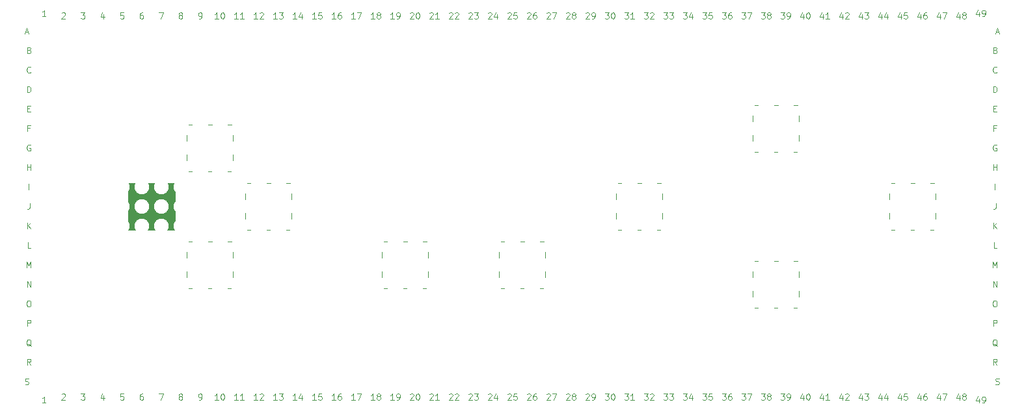
<source format=gbr>
G04 #@! TF.GenerationSoftware,KiCad,Pcbnew,(5.1.5)-3*
G04 #@! TF.CreationDate,2022-12-18T19:23:00+01:00*
G04 #@! TF.ProjectId,SNES controller protoboard,534e4553-2063-46f6-9e74-726f6c6c6572,rev?*
G04 #@! TF.SameCoordinates,Original*
G04 #@! TF.FileFunction,Legend,Top*
G04 #@! TF.FilePolarity,Positive*
%FSLAX46Y46*%
G04 Gerber Fmt 4.6, Leading zero omitted, Abs format (unit mm)*
G04 Created by KiCad (PCBNEW (5.1.5)-3) date 2022-12-18 19:23:00*
%MOMM*%
%LPD*%
G04 APERTURE LIST*
%ADD10C,0.100000*%
%ADD11C,0.120000*%
%ADD12C,1.902000*%
G04 APERTURE END LIST*
D10*
G36*
X17018000Y-25908000D02*
G01*
X10922000Y-25908000D01*
X10922000Y-19812000D01*
X17018000Y-19812000D01*
X17018000Y-25908000D01*
G37*
X17018000Y-25908000D02*
X10922000Y-25908000D01*
X10922000Y-19812000D01*
X17018000Y-19812000D01*
X17018000Y-25908000D01*
D11*
X49314100Y-33578800D02*
X49771300Y-33578800D01*
X44208700Y-27432000D02*
X44665900Y-27432000D01*
X43992800Y-32156400D02*
X43992800Y-31394400D01*
X49987200Y-29616400D02*
X49987200Y-28854400D01*
X49326800Y-27432000D02*
X49784000Y-27432000D01*
X43992800Y-29616400D02*
X43992800Y-28854400D01*
X44196000Y-33578800D02*
X44653200Y-33578800D01*
X46774100Y-33578800D02*
X47231300Y-33578800D01*
X46786800Y-27432000D02*
X47244000Y-27432000D01*
X49987200Y-32156400D02*
X49987200Y-31394400D01*
D10*
X123804442Y-2482857D02*
X123918728Y-2520952D01*
X123956823Y-2559047D01*
X123994919Y-2635238D01*
X123994919Y-2749523D01*
X123956823Y-2825714D01*
X123918728Y-2863809D01*
X123842538Y-2901904D01*
X123537776Y-2901904D01*
X123537776Y-2101904D01*
X123804442Y-2101904D01*
X123880633Y-2140000D01*
X123918728Y-2178095D01*
X123956823Y-2254285D01*
X123956823Y-2330476D01*
X123918728Y-2406666D01*
X123880633Y-2444761D01*
X123804442Y-2482857D01*
X123537776Y-2482857D01*
X123575871Y-10102857D02*
X123842538Y-10102857D01*
X123956823Y-10521904D02*
X123575871Y-10521904D01*
X123575871Y-9721904D01*
X123956823Y-9721904D01*
X123874323Y-133333D02*
X124255276Y-133333D01*
X123798133Y-361904D02*
X124064800Y438095D01*
X124331466Y-361904D01*
X123861585Y-12642857D02*
X123594919Y-12642857D01*
X123594919Y-13061904D02*
X123594919Y-12261904D01*
X123975871Y-12261904D01*
X123861585Y-22421904D02*
X123861585Y-22993333D01*
X123823490Y-23107619D01*
X123747300Y-23183809D01*
X123633014Y-23221904D01*
X123556823Y-23221904D01*
X123747300Y-20681904D02*
X123747300Y-19881904D01*
X123836228Y-46043809D02*
X123950514Y-46081904D01*
X124140990Y-46081904D01*
X124217180Y-46043809D01*
X124255276Y-46005714D01*
X124293371Y-45929523D01*
X124293371Y-45853333D01*
X124255276Y-45777142D01*
X124217180Y-45739047D01*
X124140990Y-45700952D01*
X123988609Y-45662857D01*
X123912419Y-45624761D01*
X123874323Y-45586666D01*
X123836228Y-45510476D01*
X123836228Y-45434285D01*
X123874323Y-45358095D01*
X123912419Y-45320000D01*
X123988609Y-45281904D01*
X124179085Y-45281904D01*
X124293371Y-45320000D01*
X123994919Y-5365714D02*
X123956823Y-5403809D01*
X123842538Y-5441904D01*
X123766347Y-5441904D01*
X123652061Y-5403809D01*
X123575871Y-5327619D01*
X123537776Y-5251428D01*
X123499680Y-5099047D01*
X123499680Y-4984761D01*
X123537776Y-4832380D01*
X123575871Y-4756190D01*
X123652061Y-4680000D01*
X123766347Y-4641904D01*
X123842538Y-4641904D01*
X123956823Y-4680000D01*
X123994919Y-4718095D01*
X124052061Y-41078095D02*
X123975871Y-41040000D01*
X123899680Y-40963809D01*
X123785395Y-40849523D01*
X123709204Y-40811428D01*
X123633014Y-40811428D01*
X123671109Y-41001904D02*
X123594919Y-40963809D01*
X123518728Y-40887619D01*
X123480633Y-40735238D01*
X123480633Y-40468571D01*
X123518728Y-40316190D01*
X123594919Y-40240000D01*
X123671109Y-40201904D01*
X123823490Y-40201904D01*
X123899680Y-40240000D01*
X123975871Y-40316190D01*
X124013966Y-40468571D01*
X124013966Y-40735238D01*
X123975871Y-40887619D01*
X123899680Y-40963809D01*
X123823490Y-41001904D01*
X123671109Y-41001904D01*
X123537776Y-38461904D02*
X123537776Y-37661904D01*
X123842538Y-37661904D01*
X123918728Y-37700000D01*
X123956823Y-37738095D01*
X123994919Y-37814285D01*
X123994919Y-37928571D01*
X123956823Y-38004761D01*
X123918728Y-38042857D01*
X123842538Y-38080952D01*
X123537776Y-38080952D01*
X123537776Y-25761904D02*
X123537776Y-24961904D01*
X123994919Y-25761904D02*
X123652061Y-25304761D01*
X123994919Y-24961904D02*
X123537776Y-25419047D01*
X123994919Y-43541904D02*
X123728252Y-43160952D01*
X123537776Y-43541904D02*
X123537776Y-42741904D01*
X123842538Y-42741904D01*
X123918728Y-42780000D01*
X123956823Y-42818095D01*
X123994919Y-42894285D01*
X123994919Y-43008571D01*
X123956823Y-43084761D01*
X123918728Y-43122857D01*
X123842538Y-43160952D01*
X123537776Y-43160952D01*
X123518728Y-33381904D02*
X123518728Y-32581904D01*
X123975871Y-33381904D01*
X123975871Y-32581904D01*
X123537776Y-7981904D02*
X123537776Y-7181904D01*
X123728252Y-7181904D01*
X123842538Y-7220000D01*
X123918728Y-7296190D01*
X123956823Y-7372380D01*
X123994919Y-7524761D01*
X123994919Y-7639047D01*
X123956823Y-7791428D01*
X123918728Y-7867619D01*
X123842538Y-7943809D01*
X123728252Y-7981904D01*
X123537776Y-7981904D01*
X123480633Y-30841904D02*
X123480633Y-30041904D01*
X123747300Y-30613333D01*
X124013966Y-30041904D01*
X124013966Y-30841904D01*
X123956823Y-14840000D02*
X123880633Y-14801904D01*
X123766347Y-14801904D01*
X123652061Y-14840000D01*
X123575871Y-14916190D01*
X123537776Y-14992380D01*
X123499680Y-15144761D01*
X123499680Y-15259047D01*
X123537776Y-15411428D01*
X123575871Y-15487619D01*
X123652061Y-15563809D01*
X123766347Y-15601904D01*
X123842538Y-15601904D01*
X123956823Y-15563809D01*
X123994919Y-15525714D01*
X123994919Y-15259047D01*
X123842538Y-15259047D01*
X123671109Y-35121904D02*
X123823490Y-35121904D01*
X123899680Y-35160000D01*
X123975871Y-35236190D01*
X124013966Y-35388571D01*
X124013966Y-35655238D01*
X123975871Y-35807619D01*
X123899680Y-35883809D01*
X123823490Y-35921904D01*
X123671109Y-35921904D01*
X123594919Y-35883809D01*
X123518728Y-35807619D01*
X123480633Y-35655238D01*
X123480633Y-35388571D01*
X123518728Y-35236190D01*
X123594919Y-35160000D01*
X123671109Y-35121904D01*
X123994919Y-28301904D02*
X123613966Y-28301904D01*
X123613966Y-27501904D01*
X123518728Y-18141904D02*
X123518728Y-17341904D01*
X123518728Y-17722857D02*
X123975871Y-17722857D01*
X123975871Y-18141904D02*
X123975871Y-17341904D01*
X37947619Y-48094904D02*
X37490476Y-48094904D01*
X37719047Y-48094904D02*
X37719047Y-47294904D01*
X37642857Y-47409190D01*
X37566666Y-47485380D01*
X37490476Y-47523476D01*
X38633333Y-47294904D02*
X38480952Y-47294904D01*
X38404761Y-47333000D01*
X38366666Y-47371095D01*
X38290476Y-47485380D01*
X38252380Y-47637761D01*
X38252380Y-47942523D01*
X38290476Y-48018714D01*
X38328571Y-48056809D01*
X38404761Y-48094904D01*
X38557142Y-48094904D01*
X38633333Y-48056809D01*
X38671428Y-48018714D01*
X38709523Y-47942523D01*
X38709523Y-47752047D01*
X38671428Y-47675857D01*
X38633333Y-47637761D01*
X38557142Y-47599666D01*
X38404761Y-47599666D01*
X38328571Y-47637761D01*
X38290476Y-47675857D01*
X38252380Y-47752047D01*
X75552380Y-47294904D02*
X76047619Y-47294904D01*
X75780952Y-47599666D01*
X75895238Y-47599666D01*
X75971428Y-47637761D01*
X76009523Y-47675857D01*
X76047619Y-47752047D01*
X76047619Y-47942523D01*
X76009523Y-48018714D01*
X75971428Y-48056809D01*
X75895238Y-48094904D01*
X75666666Y-48094904D01*
X75590476Y-48056809D01*
X75552380Y-48018714D01*
X76809523Y-48094904D02*
X76352380Y-48094904D01*
X76580952Y-48094904D02*
X76580952Y-47294904D01*
X76504761Y-47409190D01*
X76428571Y-47485380D01*
X76352380Y-47523476D01*
X65430476Y-47371095D02*
X65468571Y-47333000D01*
X65544761Y-47294904D01*
X65735238Y-47294904D01*
X65811428Y-47333000D01*
X65849523Y-47371095D01*
X65887619Y-47447285D01*
X65887619Y-47523476D01*
X65849523Y-47637761D01*
X65392380Y-48094904D01*
X65887619Y-48094904D01*
X66154285Y-47294904D02*
X66687619Y-47294904D01*
X66344761Y-48094904D01*
X10350476Y-47294904D02*
X9969523Y-47294904D01*
X9931428Y-47675857D01*
X9969523Y-47637761D01*
X10045714Y-47599666D01*
X10236190Y-47599666D01*
X10312380Y-47637761D01*
X10350476Y-47675857D01*
X10388571Y-47752047D01*
X10388571Y-47942523D01*
X10350476Y-48018714D01*
X10312380Y-48056809D01*
X10236190Y-48094904D01*
X10045714Y-48094904D01*
X9969523Y-48056809D01*
X9931428Y-48018714D01*
X12852380Y-47294904D02*
X12700000Y-47294904D01*
X12623809Y-47333000D01*
X12585714Y-47371095D01*
X12509523Y-47485380D01*
X12471428Y-47637761D01*
X12471428Y-47942523D01*
X12509523Y-48018714D01*
X12547619Y-48056809D01*
X12623809Y-48094904D01*
X12776190Y-48094904D01*
X12852380Y-48056809D01*
X12890476Y-48018714D01*
X12928571Y-47942523D01*
X12928571Y-47752047D01*
X12890476Y-47675857D01*
X12852380Y-47637761D01*
X12776190Y-47599666D01*
X12623809Y-47599666D01*
X12547619Y-47637761D01*
X12509523Y-47675857D01*
X12471428Y-47752047D01*
X43027619Y-48094904D02*
X42570476Y-48094904D01*
X42799047Y-48094904D02*
X42799047Y-47294904D01*
X42722857Y-47409190D01*
X42646666Y-47485380D01*
X42570476Y-47523476D01*
X43484761Y-47637761D02*
X43408571Y-47599666D01*
X43370476Y-47561571D01*
X43332380Y-47485380D01*
X43332380Y-47447285D01*
X43370476Y-47371095D01*
X43408571Y-47333000D01*
X43484761Y-47294904D01*
X43637142Y-47294904D01*
X43713333Y-47333000D01*
X43751428Y-47371095D01*
X43789523Y-47447285D01*
X43789523Y-47485380D01*
X43751428Y-47561571D01*
X43713333Y-47599666D01*
X43637142Y-47637761D01*
X43484761Y-47637761D01*
X43408571Y-47675857D01*
X43370476Y-47713952D01*
X43332380Y-47790142D01*
X43332380Y-47942523D01*
X43370476Y-48018714D01*
X43408571Y-48056809D01*
X43484761Y-48094904D01*
X43637142Y-48094904D01*
X43713333Y-48056809D01*
X43751428Y-48018714D01*
X43789523Y-47942523D01*
X43789523Y-47790142D01*
X43751428Y-47713952D01*
X43713333Y-47675857D01*
X43637142Y-47637761D01*
X45567619Y-48094904D02*
X45110476Y-48094904D01*
X45339047Y-48094904D02*
X45339047Y-47294904D01*
X45262857Y-47409190D01*
X45186666Y-47485380D01*
X45110476Y-47523476D01*
X45948571Y-48094904D02*
X46100952Y-48094904D01*
X46177142Y-48056809D01*
X46215238Y-48018714D01*
X46291428Y-47904428D01*
X46329523Y-47752047D01*
X46329523Y-47447285D01*
X46291428Y-47371095D01*
X46253333Y-47333000D01*
X46177142Y-47294904D01*
X46024761Y-47294904D01*
X45948571Y-47333000D01*
X45910476Y-47371095D01*
X45872380Y-47447285D01*
X45872380Y-47637761D01*
X45910476Y-47713952D01*
X45948571Y-47752047D01*
X46024761Y-47790142D01*
X46177142Y-47790142D01*
X46253333Y-47752047D01*
X46291428Y-47713952D01*
X46329523Y-47637761D01*
X90792380Y-47294904D02*
X91287619Y-47294904D01*
X91020952Y-47599666D01*
X91135238Y-47599666D01*
X91211428Y-47637761D01*
X91249523Y-47675857D01*
X91287619Y-47752047D01*
X91287619Y-47942523D01*
X91249523Y-48018714D01*
X91211428Y-48056809D01*
X91135238Y-48094904D01*
X90906666Y-48094904D01*
X90830476Y-48056809D01*
X90792380Y-48018714D01*
X91554285Y-47294904D02*
X92087619Y-47294904D01*
X91744761Y-48094904D01*
X116611428Y-47561571D02*
X116611428Y-48094904D01*
X116420952Y-47256809D02*
X116230476Y-47828238D01*
X116725714Y-47828238D01*
X116954285Y-47294904D02*
X117487619Y-47294904D01*
X117144761Y-48094904D01*
X22707619Y-48094904D02*
X22250476Y-48094904D01*
X22479047Y-48094904D02*
X22479047Y-47294904D01*
X22402857Y-47409190D01*
X22326666Y-47485380D01*
X22250476Y-47523476D01*
X23202857Y-47294904D02*
X23279047Y-47294904D01*
X23355238Y-47333000D01*
X23393333Y-47371095D01*
X23431428Y-47447285D01*
X23469523Y-47599666D01*
X23469523Y-47790142D01*
X23431428Y-47942523D01*
X23393333Y-48018714D01*
X23355238Y-48056809D01*
X23279047Y-48094904D01*
X23202857Y-48094904D01*
X23126666Y-48056809D01*
X23088571Y-48018714D01*
X23050476Y-47942523D01*
X23012380Y-47790142D01*
X23012380Y-47599666D01*
X23050476Y-47447285D01*
X23088571Y-47371095D01*
X23126666Y-47333000D01*
X23202857Y-47294904D01*
X93332380Y-47294904D02*
X93827619Y-47294904D01*
X93560952Y-47599666D01*
X93675238Y-47599666D01*
X93751428Y-47637761D01*
X93789523Y-47675857D01*
X93827619Y-47752047D01*
X93827619Y-47942523D01*
X93789523Y-48018714D01*
X93751428Y-48056809D01*
X93675238Y-48094904D01*
X93446666Y-48094904D01*
X93370476Y-48056809D01*
X93332380Y-48018714D01*
X94284761Y-47637761D02*
X94208571Y-47599666D01*
X94170476Y-47561571D01*
X94132380Y-47485380D01*
X94132380Y-47447285D01*
X94170476Y-47371095D01*
X94208571Y-47333000D01*
X94284761Y-47294904D01*
X94437142Y-47294904D01*
X94513333Y-47333000D01*
X94551428Y-47371095D01*
X94589523Y-47447285D01*
X94589523Y-47485380D01*
X94551428Y-47561571D01*
X94513333Y-47599666D01*
X94437142Y-47637761D01*
X94284761Y-47637761D01*
X94208571Y-47675857D01*
X94170476Y-47713952D01*
X94132380Y-47790142D01*
X94132380Y-47942523D01*
X94170476Y-48018714D01*
X94208571Y-48056809D01*
X94284761Y-48094904D01*
X94437142Y-48094904D01*
X94513333Y-48056809D01*
X94551428Y-48018714D01*
X94589523Y-47942523D01*
X94589523Y-47790142D01*
X94551428Y-47713952D01*
X94513333Y-47675857D01*
X94437142Y-47637761D01*
X103911428Y-47561571D02*
X103911428Y-48094904D01*
X103720952Y-47256809D02*
X103530476Y-47828238D01*
X104025714Y-47828238D01*
X104292380Y-47371095D02*
X104330476Y-47333000D01*
X104406666Y-47294904D01*
X104597142Y-47294904D01*
X104673333Y-47333000D01*
X104711428Y-47371095D01*
X104749523Y-47447285D01*
X104749523Y-47523476D01*
X104711428Y-47637761D01*
X104254285Y-48094904D01*
X104749523Y-48094904D01*
X4813333Y-47294904D02*
X5308571Y-47294904D01*
X5041904Y-47599666D01*
X5156190Y-47599666D01*
X5232380Y-47637761D01*
X5270476Y-47675857D01*
X5308571Y-47752047D01*
X5308571Y-47942523D01*
X5270476Y-48018714D01*
X5232380Y-48056809D01*
X5156190Y-48094904D01*
X4927619Y-48094904D01*
X4851428Y-48056809D01*
X4813333Y-48018714D01*
X25247619Y-48094904D02*
X24790476Y-48094904D01*
X25019047Y-48094904D02*
X25019047Y-47294904D01*
X24942857Y-47409190D01*
X24866666Y-47485380D01*
X24790476Y-47523476D01*
X26009523Y-48094904D02*
X25552380Y-48094904D01*
X25780952Y-48094904D02*
X25780952Y-47294904D01*
X25704761Y-47409190D01*
X25628571Y-47485380D01*
X25552380Y-47523476D01*
X27787619Y-48094904D02*
X27330476Y-48094904D01*
X27559047Y-48094904D02*
X27559047Y-47294904D01*
X27482857Y-47409190D01*
X27406666Y-47485380D01*
X27330476Y-47523476D01*
X28092380Y-47371095D02*
X28130476Y-47333000D01*
X28206666Y-47294904D01*
X28397142Y-47294904D01*
X28473333Y-47333000D01*
X28511428Y-47371095D01*
X28549523Y-47447285D01*
X28549523Y-47523476D01*
X28511428Y-47637761D01*
X28054285Y-48094904D01*
X28549523Y-48094904D01*
X70510476Y-47371095D02*
X70548571Y-47333000D01*
X70624761Y-47294904D01*
X70815238Y-47294904D01*
X70891428Y-47333000D01*
X70929523Y-47371095D01*
X70967619Y-47447285D01*
X70967619Y-47523476D01*
X70929523Y-47637761D01*
X70472380Y-48094904D01*
X70967619Y-48094904D01*
X71348571Y-48094904D02*
X71500952Y-48094904D01*
X71577142Y-48056809D01*
X71615238Y-48018714D01*
X71691428Y-47904428D01*
X71729523Y-47752047D01*
X71729523Y-47447285D01*
X71691428Y-47371095D01*
X71653333Y-47333000D01*
X71577142Y-47294904D01*
X71424761Y-47294904D01*
X71348571Y-47333000D01*
X71310476Y-47371095D01*
X71272380Y-47447285D01*
X71272380Y-47637761D01*
X71310476Y-47713952D01*
X71348571Y-47752047D01*
X71424761Y-47790142D01*
X71577142Y-47790142D01*
X71653333Y-47752047D01*
X71691428Y-47713952D01*
X71729523Y-47637761D01*
X101371428Y-47561571D02*
X101371428Y-48094904D01*
X101180952Y-47256809D02*
X100990476Y-47828238D01*
X101485714Y-47828238D01*
X102209523Y-48094904D02*
X101752380Y-48094904D01*
X101980952Y-48094904D02*
X101980952Y-47294904D01*
X101904761Y-47409190D01*
X101828571Y-47485380D01*
X101752380Y-47523476D01*
X98831428Y-47561571D02*
X98831428Y-48094904D01*
X98640952Y-47256809D02*
X98450476Y-47828238D01*
X98945714Y-47828238D01*
X99402857Y-47294904D02*
X99479047Y-47294904D01*
X99555238Y-47333000D01*
X99593333Y-47371095D01*
X99631428Y-47447285D01*
X99669523Y-47599666D01*
X99669523Y-47790142D01*
X99631428Y-47942523D01*
X99593333Y-48018714D01*
X99555238Y-48056809D01*
X99479047Y-48094904D01*
X99402857Y-48094904D01*
X99326666Y-48056809D01*
X99288571Y-48018714D01*
X99250476Y-47942523D01*
X99212380Y-47790142D01*
X99212380Y-47599666D01*
X99250476Y-47447285D01*
X99288571Y-47371095D01*
X99326666Y-47333000D01*
X99402857Y-47294904D01*
X32867619Y-48094904D02*
X32410476Y-48094904D01*
X32639047Y-48094904D02*
X32639047Y-47294904D01*
X32562857Y-47409190D01*
X32486666Y-47485380D01*
X32410476Y-47523476D01*
X33553333Y-47561571D02*
X33553333Y-48094904D01*
X33362857Y-47256809D02*
X33172380Y-47828238D01*
X33667619Y-47828238D01*
X80632380Y-47294904D02*
X81127619Y-47294904D01*
X80860952Y-47599666D01*
X80975238Y-47599666D01*
X81051428Y-47637761D01*
X81089523Y-47675857D01*
X81127619Y-47752047D01*
X81127619Y-47942523D01*
X81089523Y-48018714D01*
X81051428Y-48056809D01*
X80975238Y-48094904D01*
X80746666Y-48094904D01*
X80670476Y-48056809D01*
X80632380Y-48018714D01*
X81394285Y-47294904D02*
X81889523Y-47294904D01*
X81622857Y-47599666D01*
X81737142Y-47599666D01*
X81813333Y-47637761D01*
X81851428Y-47675857D01*
X81889523Y-47752047D01*
X81889523Y-47942523D01*
X81851428Y-48018714D01*
X81813333Y-48056809D01*
X81737142Y-48094904D01*
X81508571Y-48094904D01*
X81432380Y-48056809D01*
X81394285Y-48018714D01*
X55270476Y-47371095D02*
X55308571Y-47333000D01*
X55384761Y-47294904D01*
X55575238Y-47294904D01*
X55651428Y-47333000D01*
X55689523Y-47371095D01*
X55727619Y-47447285D01*
X55727619Y-47523476D01*
X55689523Y-47637761D01*
X55232380Y-48094904D01*
X55727619Y-48094904D01*
X55994285Y-47294904D02*
X56489523Y-47294904D01*
X56222857Y-47599666D01*
X56337142Y-47599666D01*
X56413333Y-47637761D01*
X56451428Y-47675857D01*
X56489523Y-47752047D01*
X56489523Y-47942523D01*
X56451428Y-48018714D01*
X56413333Y-48056809D01*
X56337142Y-48094904D01*
X56108571Y-48094904D01*
X56032380Y-48056809D01*
X55994285Y-48018714D01*
X121691428Y-47942571D02*
X121691428Y-48475904D01*
X121500952Y-47637809D02*
X121310476Y-48209238D01*
X121805714Y-48209238D01*
X122148571Y-48475904D02*
X122300952Y-48475904D01*
X122377142Y-48437809D01*
X122415238Y-48399714D01*
X122491428Y-48285428D01*
X122529523Y-48133047D01*
X122529523Y-47828285D01*
X122491428Y-47752095D01*
X122453333Y-47714000D01*
X122377142Y-47675904D01*
X122224761Y-47675904D01*
X122148571Y-47714000D01*
X122110476Y-47752095D01*
X122072380Y-47828285D01*
X122072380Y-48018761D01*
X122110476Y-48094952D01*
X122148571Y-48133047D01*
X122224761Y-48171142D01*
X122377142Y-48171142D01*
X122453333Y-48133047D01*
X122491428Y-48094952D01*
X122529523Y-48018761D01*
X228571Y-48475904D02*
X-228571Y-48475904D01*
X0Y-48475904D02*
X0Y-47675904D01*
X-76190Y-47790190D01*
X-152380Y-47866380D01*
X-228571Y-47904476D01*
X17703809Y-47637761D02*
X17627619Y-47599666D01*
X17589523Y-47561571D01*
X17551428Y-47485380D01*
X17551428Y-47447285D01*
X17589523Y-47371095D01*
X17627619Y-47333000D01*
X17703809Y-47294904D01*
X17856190Y-47294904D01*
X17932380Y-47333000D01*
X17970476Y-47371095D01*
X18008571Y-47447285D01*
X18008571Y-47485380D01*
X17970476Y-47561571D01*
X17932380Y-47599666D01*
X17856190Y-47637761D01*
X17703809Y-47637761D01*
X17627619Y-47675857D01*
X17589523Y-47713952D01*
X17551428Y-47790142D01*
X17551428Y-47942523D01*
X17589523Y-48018714D01*
X17627619Y-48056809D01*
X17703809Y-48094904D01*
X17856190Y-48094904D01*
X17932380Y-48056809D01*
X17970476Y-48018714D01*
X18008571Y-47942523D01*
X18008571Y-47790142D01*
X17970476Y-47713952D01*
X17932380Y-47675857D01*
X17856190Y-47637761D01*
X35407619Y-48094904D02*
X34950476Y-48094904D01*
X35179047Y-48094904D02*
X35179047Y-47294904D01*
X35102857Y-47409190D01*
X35026666Y-47485380D01*
X34950476Y-47523476D01*
X36131428Y-47294904D02*
X35750476Y-47294904D01*
X35712380Y-47675857D01*
X35750476Y-47637761D01*
X35826666Y-47599666D01*
X36017142Y-47599666D01*
X36093333Y-47637761D01*
X36131428Y-47675857D01*
X36169523Y-47752047D01*
X36169523Y-47942523D01*
X36131428Y-48018714D01*
X36093333Y-48056809D01*
X36017142Y-48094904D01*
X35826666Y-48094904D01*
X35750476Y-48056809D01*
X35712380Y-48018714D01*
X108991428Y-47561571D02*
X108991428Y-48094904D01*
X108800952Y-47256809D02*
X108610476Y-47828238D01*
X109105714Y-47828238D01*
X109753333Y-47561571D02*
X109753333Y-48094904D01*
X109562857Y-47256809D02*
X109372380Y-47828238D01*
X109867619Y-47828238D01*
X67970476Y-47371095D02*
X68008571Y-47333000D01*
X68084761Y-47294904D01*
X68275238Y-47294904D01*
X68351428Y-47333000D01*
X68389523Y-47371095D01*
X68427619Y-47447285D01*
X68427619Y-47523476D01*
X68389523Y-47637761D01*
X67932380Y-48094904D01*
X68427619Y-48094904D01*
X68884761Y-47637761D02*
X68808571Y-47599666D01*
X68770476Y-47561571D01*
X68732380Y-47485380D01*
X68732380Y-47447285D01*
X68770476Y-47371095D01*
X68808571Y-47333000D01*
X68884761Y-47294904D01*
X69037142Y-47294904D01*
X69113333Y-47333000D01*
X69151428Y-47371095D01*
X69189523Y-47447285D01*
X69189523Y-47485380D01*
X69151428Y-47561571D01*
X69113333Y-47599666D01*
X69037142Y-47637761D01*
X68884761Y-47637761D01*
X68808571Y-47675857D01*
X68770476Y-47713952D01*
X68732380Y-47790142D01*
X68732380Y-47942523D01*
X68770476Y-48018714D01*
X68808571Y-48056809D01*
X68884761Y-48094904D01*
X69037142Y-48094904D01*
X69113333Y-48056809D01*
X69151428Y-48018714D01*
X69189523Y-47942523D01*
X69189523Y-47790142D01*
X69151428Y-47713952D01*
X69113333Y-47675857D01*
X69037142Y-47637761D01*
X60350476Y-47371095D02*
X60388571Y-47333000D01*
X60464761Y-47294904D01*
X60655238Y-47294904D01*
X60731428Y-47333000D01*
X60769523Y-47371095D01*
X60807619Y-47447285D01*
X60807619Y-47523476D01*
X60769523Y-47637761D01*
X60312380Y-48094904D01*
X60807619Y-48094904D01*
X61531428Y-47294904D02*
X61150476Y-47294904D01*
X61112380Y-47675857D01*
X61150476Y-47637761D01*
X61226666Y-47599666D01*
X61417142Y-47599666D01*
X61493333Y-47637761D01*
X61531428Y-47675857D01*
X61569523Y-47752047D01*
X61569523Y-47942523D01*
X61531428Y-48018714D01*
X61493333Y-48056809D01*
X61417142Y-48094904D01*
X61226666Y-48094904D01*
X61150476Y-48056809D01*
X61112380Y-48018714D01*
X7772380Y-47561571D02*
X7772380Y-48094904D01*
X7581904Y-47256809D02*
X7391428Y-47828238D01*
X7886666Y-47828238D01*
X73012380Y-47294904D02*
X73507619Y-47294904D01*
X73240952Y-47599666D01*
X73355238Y-47599666D01*
X73431428Y-47637761D01*
X73469523Y-47675857D01*
X73507619Y-47752047D01*
X73507619Y-47942523D01*
X73469523Y-48018714D01*
X73431428Y-48056809D01*
X73355238Y-48094904D01*
X73126666Y-48094904D01*
X73050476Y-48056809D01*
X73012380Y-48018714D01*
X74002857Y-47294904D02*
X74079047Y-47294904D01*
X74155238Y-47333000D01*
X74193333Y-47371095D01*
X74231428Y-47447285D01*
X74269523Y-47599666D01*
X74269523Y-47790142D01*
X74231428Y-47942523D01*
X74193333Y-48018714D01*
X74155238Y-48056809D01*
X74079047Y-48094904D01*
X74002857Y-48094904D01*
X73926666Y-48056809D01*
X73888571Y-48018714D01*
X73850476Y-47942523D01*
X73812380Y-47790142D01*
X73812380Y-47599666D01*
X73850476Y-47447285D01*
X73888571Y-47371095D01*
X73926666Y-47333000D01*
X74002857Y-47294904D01*
X2311428Y-47371095D02*
X2349523Y-47333000D01*
X2425714Y-47294904D01*
X2616190Y-47294904D01*
X2692380Y-47333000D01*
X2730476Y-47371095D01*
X2768571Y-47447285D01*
X2768571Y-47523476D01*
X2730476Y-47637761D01*
X2273333Y-48094904D01*
X2768571Y-48094904D01*
X30327619Y-48094904D02*
X29870476Y-48094904D01*
X30099047Y-48094904D02*
X30099047Y-47294904D01*
X30022857Y-47409190D01*
X29946666Y-47485380D01*
X29870476Y-47523476D01*
X30594285Y-47294904D02*
X31089523Y-47294904D01*
X30822857Y-47599666D01*
X30937142Y-47599666D01*
X31013333Y-47637761D01*
X31051428Y-47675857D01*
X31089523Y-47752047D01*
X31089523Y-47942523D01*
X31051428Y-48018714D01*
X31013333Y-48056809D01*
X30937142Y-48094904D01*
X30708571Y-48094904D01*
X30632380Y-48056809D01*
X30594285Y-48018714D01*
X119151428Y-47561571D02*
X119151428Y-48094904D01*
X118960952Y-47256809D02*
X118770476Y-47828238D01*
X119265714Y-47828238D01*
X119684761Y-47637761D02*
X119608571Y-47599666D01*
X119570476Y-47561571D01*
X119532380Y-47485380D01*
X119532380Y-47447285D01*
X119570476Y-47371095D01*
X119608571Y-47333000D01*
X119684761Y-47294904D01*
X119837142Y-47294904D01*
X119913333Y-47333000D01*
X119951428Y-47371095D01*
X119989523Y-47447285D01*
X119989523Y-47485380D01*
X119951428Y-47561571D01*
X119913333Y-47599666D01*
X119837142Y-47637761D01*
X119684761Y-47637761D01*
X119608571Y-47675857D01*
X119570476Y-47713952D01*
X119532380Y-47790142D01*
X119532380Y-47942523D01*
X119570476Y-48018714D01*
X119608571Y-48056809D01*
X119684761Y-48094904D01*
X119837142Y-48094904D01*
X119913333Y-48056809D01*
X119951428Y-48018714D01*
X119989523Y-47942523D01*
X119989523Y-47790142D01*
X119951428Y-47713952D01*
X119913333Y-47675857D01*
X119837142Y-47637761D01*
X14973333Y-47294904D02*
X15506666Y-47294904D01*
X15163809Y-48094904D01*
X111531428Y-47561571D02*
X111531428Y-48094904D01*
X111340952Y-47256809D02*
X111150476Y-47828238D01*
X111645714Y-47828238D01*
X112331428Y-47294904D02*
X111950476Y-47294904D01*
X111912380Y-47675857D01*
X111950476Y-47637761D01*
X112026666Y-47599666D01*
X112217142Y-47599666D01*
X112293333Y-47637761D01*
X112331428Y-47675857D01*
X112369523Y-47752047D01*
X112369523Y-47942523D01*
X112331428Y-48018714D01*
X112293333Y-48056809D01*
X112217142Y-48094904D01*
X112026666Y-48094904D01*
X111950476Y-48056809D01*
X111912380Y-48018714D01*
X20167619Y-48094904D02*
X20320000Y-48094904D01*
X20396190Y-48056809D01*
X20434285Y-48018714D01*
X20510476Y-47904428D01*
X20548571Y-47752047D01*
X20548571Y-47447285D01*
X20510476Y-47371095D01*
X20472380Y-47333000D01*
X20396190Y-47294904D01*
X20243809Y-47294904D01*
X20167619Y-47333000D01*
X20129523Y-47371095D01*
X20091428Y-47447285D01*
X20091428Y-47637761D01*
X20129523Y-47713952D01*
X20167619Y-47752047D01*
X20243809Y-47790142D01*
X20396190Y-47790142D01*
X20472380Y-47752047D01*
X20510476Y-47713952D01*
X20548571Y-47637761D01*
X40487619Y-48094904D02*
X40030476Y-48094904D01*
X40259047Y-48094904D02*
X40259047Y-47294904D01*
X40182857Y-47409190D01*
X40106666Y-47485380D01*
X40030476Y-47523476D01*
X40754285Y-47294904D02*
X41287619Y-47294904D01*
X40944761Y-48094904D01*
X47650476Y-47371095D02*
X47688571Y-47333000D01*
X47764761Y-47294904D01*
X47955238Y-47294904D01*
X48031428Y-47333000D01*
X48069523Y-47371095D01*
X48107619Y-47447285D01*
X48107619Y-47523476D01*
X48069523Y-47637761D01*
X47612380Y-48094904D01*
X48107619Y-48094904D01*
X48602857Y-47294904D02*
X48679047Y-47294904D01*
X48755238Y-47333000D01*
X48793333Y-47371095D01*
X48831428Y-47447285D01*
X48869523Y-47599666D01*
X48869523Y-47790142D01*
X48831428Y-47942523D01*
X48793333Y-48018714D01*
X48755238Y-48056809D01*
X48679047Y-48094904D01*
X48602857Y-48094904D01*
X48526666Y-48056809D01*
X48488571Y-48018714D01*
X48450476Y-47942523D01*
X48412380Y-47790142D01*
X48412380Y-47599666D01*
X48450476Y-47447285D01*
X48488571Y-47371095D01*
X48526666Y-47333000D01*
X48602857Y-47294904D01*
X88252380Y-47294904D02*
X88747619Y-47294904D01*
X88480952Y-47599666D01*
X88595238Y-47599666D01*
X88671428Y-47637761D01*
X88709523Y-47675857D01*
X88747619Y-47752047D01*
X88747619Y-47942523D01*
X88709523Y-48018714D01*
X88671428Y-48056809D01*
X88595238Y-48094904D01*
X88366666Y-48094904D01*
X88290476Y-48056809D01*
X88252380Y-48018714D01*
X89433333Y-47294904D02*
X89280952Y-47294904D01*
X89204761Y-47333000D01*
X89166666Y-47371095D01*
X89090476Y-47485380D01*
X89052380Y-47637761D01*
X89052380Y-47942523D01*
X89090476Y-48018714D01*
X89128571Y-48056809D01*
X89204761Y-48094904D01*
X89357142Y-48094904D01*
X89433333Y-48056809D01*
X89471428Y-48018714D01*
X89509523Y-47942523D01*
X89509523Y-47752047D01*
X89471428Y-47675857D01*
X89433333Y-47637761D01*
X89357142Y-47599666D01*
X89204761Y-47599666D01*
X89128571Y-47637761D01*
X89090476Y-47675857D01*
X89052380Y-47752047D01*
X50190476Y-47371095D02*
X50228571Y-47333000D01*
X50304761Y-47294904D01*
X50495238Y-47294904D01*
X50571428Y-47333000D01*
X50609523Y-47371095D01*
X50647619Y-47447285D01*
X50647619Y-47523476D01*
X50609523Y-47637761D01*
X50152380Y-48094904D01*
X50647619Y-48094904D01*
X51409523Y-48094904D02*
X50952380Y-48094904D01*
X51180952Y-48094904D02*
X51180952Y-47294904D01*
X51104761Y-47409190D01*
X51028571Y-47485380D01*
X50952380Y-47523476D01*
X52730476Y-47371095D02*
X52768571Y-47333000D01*
X52844761Y-47294904D01*
X53035238Y-47294904D01*
X53111428Y-47333000D01*
X53149523Y-47371095D01*
X53187619Y-47447285D01*
X53187619Y-47523476D01*
X53149523Y-47637761D01*
X52692380Y-48094904D01*
X53187619Y-48094904D01*
X53492380Y-47371095D02*
X53530476Y-47333000D01*
X53606666Y-47294904D01*
X53797142Y-47294904D01*
X53873333Y-47333000D01*
X53911428Y-47371095D01*
X53949523Y-47447285D01*
X53949523Y-47523476D01*
X53911428Y-47637761D01*
X53454285Y-48094904D01*
X53949523Y-48094904D01*
X57810476Y-47371095D02*
X57848571Y-47333000D01*
X57924761Y-47294904D01*
X58115238Y-47294904D01*
X58191428Y-47333000D01*
X58229523Y-47371095D01*
X58267619Y-47447285D01*
X58267619Y-47523476D01*
X58229523Y-47637761D01*
X57772380Y-48094904D01*
X58267619Y-48094904D01*
X58953333Y-47561571D02*
X58953333Y-48094904D01*
X58762857Y-47256809D02*
X58572380Y-47828238D01*
X59067619Y-47828238D01*
X62890476Y-47371095D02*
X62928571Y-47333000D01*
X63004761Y-47294904D01*
X63195238Y-47294904D01*
X63271428Y-47333000D01*
X63309523Y-47371095D01*
X63347619Y-47447285D01*
X63347619Y-47523476D01*
X63309523Y-47637761D01*
X62852380Y-48094904D01*
X63347619Y-48094904D01*
X64033333Y-47294904D02*
X63880952Y-47294904D01*
X63804761Y-47333000D01*
X63766666Y-47371095D01*
X63690476Y-47485380D01*
X63652380Y-47637761D01*
X63652380Y-47942523D01*
X63690476Y-48018714D01*
X63728571Y-48056809D01*
X63804761Y-48094904D01*
X63957142Y-48094904D01*
X64033333Y-48056809D01*
X64071428Y-48018714D01*
X64109523Y-47942523D01*
X64109523Y-47752047D01*
X64071428Y-47675857D01*
X64033333Y-47637761D01*
X63957142Y-47599666D01*
X63804761Y-47599666D01*
X63728571Y-47637761D01*
X63690476Y-47675857D01*
X63652380Y-47752047D01*
X78092380Y-47294904D02*
X78587619Y-47294904D01*
X78320952Y-47599666D01*
X78435238Y-47599666D01*
X78511428Y-47637761D01*
X78549523Y-47675857D01*
X78587619Y-47752047D01*
X78587619Y-47942523D01*
X78549523Y-48018714D01*
X78511428Y-48056809D01*
X78435238Y-48094904D01*
X78206666Y-48094904D01*
X78130476Y-48056809D01*
X78092380Y-48018714D01*
X78892380Y-47371095D02*
X78930476Y-47333000D01*
X79006666Y-47294904D01*
X79197142Y-47294904D01*
X79273333Y-47333000D01*
X79311428Y-47371095D01*
X79349523Y-47447285D01*
X79349523Y-47523476D01*
X79311428Y-47637761D01*
X78854285Y-48094904D01*
X79349523Y-48094904D01*
X106451428Y-47561571D02*
X106451428Y-48094904D01*
X106260952Y-47256809D02*
X106070476Y-47828238D01*
X106565714Y-47828238D01*
X106794285Y-47294904D02*
X107289523Y-47294904D01*
X107022857Y-47599666D01*
X107137142Y-47599666D01*
X107213333Y-47637761D01*
X107251428Y-47675857D01*
X107289523Y-47752047D01*
X107289523Y-47942523D01*
X107251428Y-48018714D01*
X107213333Y-48056809D01*
X107137142Y-48094904D01*
X106908571Y-48094904D01*
X106832380Y-48056809D01*
X106794285Y-48018714D01*
X114071428Y-47561571D02*
X114071428Y-48094904D01*
X113880952Y-47256809D02*
X113690476Y-47828238D01*
X114185714Y-47828238D01*
X114833333Y-47294904D02*
X114680952Y-47294904D01*
X114604761Y-47333000D01*
X114566666Y-47371095D01*
X114490476Y-47485380D01*
X114452380Y-47637761D01*
X114452380Y-47942523D01*
X114490476Y-48018714D01*
X114528571Y-48056809D01*
X114604761Y-48094904D01*
X114757142Y-48094904D01*
X114833333Y-48056809D01*
X114871428Y-48018714D01*
X114909523Y-47942523D01*
X114909523Y-47752047D01*
X114871428Y-47675857D01*
X114833333Y-47637761D01*
X114757142Y-47599666D01*
X114604761Y-47599666D01*
X114528571Y-47637761D01*
X114490476Y-47675857D01*
X114452380Y-47752047D01*
X83172380Y-47294904D02*
X83667619Y-47294904D01*
X83400952Y-47599666D01*
X83515238Y-47599666D01*
X83591428Y-47637761D01*
X83629523Y-47675857D01*
X83667619Y-47752047D01*
X83667619Y-47942523D01*
X83629523Y-48018714D01*
X83591428Y-48056809D01*
X83515238Y-48094904D01*
X83286666Y-48094904D01*
X83210476Y-48056809D01*
X83172380Y-48018714D01*
X84353333Y-47561571D02*
X84353333Y-48094904D01*
X84162857Y-47256809D02*
X83972380Y-47828238D01*
X84467619Y-47828238D01*
X85712380Y-47294904D02*
X86207619Y-47294904D01*
X85940952Y-47599666D01*
X86055238Y-47599666D01*
X86131428Y-47637761D01*
X86169523Y-47675857D01*
X86207619Y-47752047D01*
X86207619Y-47942523D01*
X86169523Y-48018714D01*
X86131428Y-48056809D01*
X86055238Y-48094904D01*
X85826666Y-48094904D01*
X85750476Y-48056809D01*
X85712380Y-48018714D01*
X86931428Y-47294904D02*
X86550476Y-47294904D01*
X86512380Y-47675857D01*
X86550476Y-47637761D01*
X86626666Y-47599666D01*
X86817142Y-47599666D01*
X86893333Y-47637761D01*
X86931428Y-47675857D01*
X86969523Y-47752047D01*
X86969523Y-47942523D01*
X86931428Y-48018714D01*
X86893333Y-48056809D01*
X86817142Y-48094904D01*
X86626666Y-48094904D01*
X86550476Y-48056809D01*
X86512380Y-48018714D01*
X95872380Y-47294904D02*
X96367619Y-47294904D01*
X96100952Y-47599666D01*
X96215238Y-47599666D01*
X96291428Y-47637761D01*
X96329523Y-47675857D01*
X96367619Y-47752047D01*
X96367619Y-47942523D01*
X96329523Y-48018714D01*
X96291428Y-48056809D01*
X96215238Y-48094904D01*
X95986666Y-48094904D01*
X95910476Y-48056809D01*
X95872380Y-48018714D01*
X96748571Y-48094904D02*
X96900952Y-48094904D01*
X96977142Y-48056809D01*
X97015238Y-48018714D01*
X97091428Y-47904428D01*
X97129523Y-47752047D01*
X97129523Y-47447285D01*
X97091428Y-47371095D01*
X97053333Y-47333000D01*
X96977142Y-47294904D01*
X96824761Y-47294904D01*
X96748571Y-47333000D01*
X96710476Y-47371095D01*
X96672380Y-47447285D01*
X96672380Y-47637761D01*
X96710476Y-47713952D01*
X96748571Y-47752047D01*
X96824761Y-47790142D01*
X96977142Y-47790142D01*
X97053333Y-47752047D01*
X97091428Y-47713952D01*
X97129523Y-47637761D01*
X-1733580Y-28301904D02*
X-2114533Y-28301904D01*
X-2114533Y-27501904D01*
X-2190723Y-7981904D02*
X-2190723Y-7181904D01*
X-2000247Y-7181904D01*
X-1885961Y-7220000D01*
X-1809771Y-7296190D01*
X-1771676Y-7372380D01*
X-1733580Y-7524761D01*
X-1733580Y-7639047D01*
X-1771676Y-7791428D01*
X-1809771Y-7867619D01*
X-1885961Y-7943809D01*
X-2000247Y-7981904D01*
X-2190723Y-7981904D01*
X-2190723Y-38461904D02*
X-2190723Y-37661904D01*
X-1885961Y-37661904D01*
X-1809771Y-37700000D01*
X-1771676Y-37738095D01*
X-1733580Y-37814285D01*
X-1733580Y-37928571D01*
X-1771676Y-38004761D01*
X-1809771Y-38042857D01*
X-1885961Y-38080952D01*
X-2190723Y-38080952D01*
X-2057390Y-35121904D02*
X-1905009Y-35121904D01*
X-1828819Y-35160000D01*
X-1752628Y-35236190D01*
X-1714533Y-35388571D01*
X-1714533Y-35655238D01*
X-1752628Y-35807619D01*
X-1828819Y-35883809D01*
X-1905009Y-35921904D01*
X-2057390Y-35921904D01*
X-2133580Y-35883809D01*
X-2209771Y-35807619D01*
X-2247866Y-35655238D01*
X-2247866Y-35388571D01*
X-2209771Y-35236190D01*
X-2133580Y-35160000D01*
X-2057390Y-35121904D01*
X-2209771Y-33381904D02*
X-2209771Y-32581904D01*
X-1752628Y-33381904D01*
X-1752628Y-32581904D01*
X-1771676Y-14840000D02*
X-1847866Y-14801904D01*
X-1962152Y-14801904D01*
X-2076438Y-14840000D01*
X-2152628Y-14916190D01*
X-2190723Y-14992380D01*
X-2228819Y-15144761D01*
X-2228819Y-15259047D01*
X-2190723Y-15411428D01*
X-2152628Y-15487619D01*
X-2076438Y-15563809D01*
X-1962152Y-15601904D01*
X-1885961Y-15601904D01*
X-1771676Y-15563809D01*
X-1733580Y-15525714D01*
X-1733580Y-15259047D01*
X-1885961Y-15259047D01*
X-1733580Y-5365714D02*
X-1771676Y-5403809D01*
X-1885961Y-5441904D01*
X-1962152Y-5441904D01*
X-2076438Y-5403809D01*
X-2152628Y-5327619D01*
X-2190723Y-5251428D01*
X-2228819Y-5099047D01*
X-2228819Y-4984761D01*
X-2190723Y-4832380D01*
X-2152628Y-4756190D01*
X-2076438Y-4680000D01*
X-1962152Y-4641904D01*
X-1885961Y-4641904D01*
X-1771676Y-4680000D01*
X-1733580Y-4718095D01*
X-1981199Y-20681904D02*
X-1981199Y-19881904D01*
X-2463771Y-46043809D02*
X-2349485Y-46081904D01*
X-2159009Y-46081904D01*
X-2082819Y-46043809D01*
X-2044723Y-46005714D01*
X-2006628Y-45929523D01*
X-2006628Y-45853333D01*
X-2044723Y-45777142D01*
X-2082819Y-45739047D01*
X-2159009Y-45700952D01*
X-2311390Y-45662857D01*
X-2387580Y-45624761D01*
X-2425676Y-45586666D01*
X-2463771Y-45510476D01*
X-2463771Y-45434285D01*
X-2425676Y-45358095D01*
X-2387580Y-45320000D01*
X-2311390Y-45281904D01*
X-2120914Y-45281904D01*
X-2006628Y-45320000D01*
X-1733580Y-43541904D02*
X-2000247Y-43160952D01*
X-2190723Y-43541904D02*
X-2190723Y-42741904D01*
X-1885961Y-42741904D01*
X-1809771Y-42780000D01*
X-1771676Y-42818095D01*
X-1733580Y-42894285D01*
X-1733580Y-43008571D01*
X-1771676Y-43084761D01*
X-1809771Y-43122857D01*
X-1885961Y-43160952D01*
X-2190723Y-43160952D01*
X-1866914Y-22421904D02*
X-1866914Y-22993333D01*
X-1905009Y-23107619D01*
X-1981200Y-23183809D01*
X-2095485Y-23221904D01*
X-2171676Y-23221904D01*
X-2209771Y-18141904D02*
X-2209771Y-17341904D01*
X-2209771Y-17722857D02*
X-1752628Y-17722857D01*
X-1752628Y-18141904D02*
X-1752628Y-17341904D01*
X-1676438Y-41078095D02*
X-1752628Y-41040000D01*
X-1828819Y-40963809D01*
X-1943104Y-40849523D01*
X-2019295Y-40811428D01*
X-2095485Y-40811428D01*
X-2057390Y-41001904D02*
X-2133580Y-40963809D01*
X-2209771Y-40887619D01*
X-2247866Y-40735238D01*
X-2247866Y-40468571D01*
X-2209771Y-40316190D01*
X-2133580Y-40240000D01*
X-2057390Y-40201904D01*
X-1905009Y-40201904D01*
X-1828819Y-40240000D01*
X-1752628Y-40316190D01*
X-1714533Y-40468571D01*
X-1714533Y-40735238D01*
X-1752628Y-40887619D01*
X-1828819Y-40963809D01*
X-1905009Y-41001904D01*
X-2057390Y-41001904D01*
X-2247866Y-30841904D02*
X-2247866Y-30041904D01*
X-1981200Y-30613333D01*
X-1714533Y-30041904D01*
X-1714533Y-30841904D01*
X-2190723Y-25761904D02*
X-2190723Y-24961904D01*
X-1733580Y-25761904D02*
X-2076438Y-25304761D01*
X-1733580Y-24961904D02*
X-2190723Y-25419047D01*
X-2152628Y-10102857D02*
X-1885961Y-10102857D01*
X-1771676Y-10521904D02*
X-2152628Y-10521904D01*
X-2152628Y-9721904D01*
X-1771676Y-9721904D01*
X-1924057Y-2482857D02*
X-1809771Y-2520952D01*
X-1771676Y-2559047D01*
X-1733580Y-2635238D01*
X-1733580Y-2749523D01*
X-1771676Y-2825714D01*
X-1809771Y-2863809D01*
X-1885961Y-2901904D01*
X-2190723Y-2901904D01*
X-2190723Y-2101904D01*
X-1924057Y-2101904D01*
X-1847866Y-2140000D01*
X-1809771Y-2178095D01*
X-1771676Y-2254285D01*
X-1771676Y-2330476D01*
X-1809771Y-2406666D01*
X-1847866Y-2444761D01*
X-1924057Y-2482857D01*
X-2190723Y-2482857D01*
X-2425676Y-133333D02*
X-2044723Y-133333D01*
X-2501866Y-361904D02*
X-2235200Y438095D01*
X-1968533Y-361904D01*
X-1866914Y-12642857D02*
X-2133580Y-12642857D01*
X-2133580Y-13061904D02*
X-2133580Y-12261904D01*
X-1752628Y-12261904D01*
X121691428Y2457428D02*
X121691428Y1924095D01*
X121500952Y2762190D02*
X121310476Y2190761D01*
X121805714Y2190761D01*
X122148571Y1924095D02*
X122300952Y1924095D01*
X122377142Y1962190D01*
X122415238Y2000285D01*
X122491428Y2114571D01*
X122529523Y2266952D01*
X122529523Y2571714D01*
X122491428Y2647904D01*
X122453333Y2686000D01*
X122377142Y2724095D01*
X122224761Y2724095D01*
X122148571Y2686000D01*
X122110476Y2647904D01*
X122072380Y2571714D01*
X122072380Y2381238D01*
X122110476Y2305047D01*
X122148571Y2266952D01*
X122224761Y2228857D01*
X122377142Y2228857D01*
X122453333Y2266952D01*
X122491428Y2305047D01*
X122529523Y2381238D01*
X119151428Y2139928D02*
X119151428Y1606595D01*
X118960952Y2444690D02*
X118770476Y1873261D01*
X119265714Y1873261D01*
X119684761Y2063738D02*
X119608571Y2101833D01*
X119570476Y2139928D01*
X119532380Y2216119D01*
X119532380Y2254214D01*
X119570476Y2330404D01*
X119608571Y2368500D01*
X119684761Y2406595D01*
X119837142Y2406595D01*
X119913333Y2368500D01*
X119951428Y2330404D01*
X119989523Y2254214D01*
X119989523Y2216119D01*
X119951428Y2139928D01*
X119913333Y2101833D01*
X119837142Y2063738D01*
X119684761Y2063738D01*
X119608571Y2025642D01*
X119570476Y1987547D01*
X119532380Y1911357D01*
X119532380Y1758976D01*
X119570476Y1682785D01*
X119608571Y1644690D01*
X119684761Y1606595D01*
X119837142Y1606595D01*
X119913333Y1644690D01*
X119951428Y1682785D01*
X119989523Y1758976D01*
X119989523Y1911357D01*
X119951428Y1987547D01*
X119913333Y2025642D01*
X119837142Y2063738D01*
X116611428Y2139928D02*
X116611428Y1606595D01*
X116420952Y2444690D02*
X116230476Y1873261D01*
X116725714Y1873261D01*
X116954285Y2406595D02*
X117487619Y2406595D01*
X117144761Y1606595D01*
X114071428Y2139928D02*
X114071428Y1606595D01*
X113880952Y2444690D02*
X113690476Y1873261D01*
X114185714Y1873261D01*
X114833333Y2406595D02*
X114680952Y2406595D01*
X114604761Y2368500D01*
X114566666Y2330404D01*
X114490476Y2216119D01*
X114452380Y2063738D01*
X114452380Y1758976D01*
X114490476Y1682785D01*
X114528571Y1644690D01*
X114604761Y1606595D01*
X114757142Y1606595D01*
X114833333Y1644690D01*
X114871428Y1682785D01*
X114909523Y1758976D01*
X114909523Y1949452D01*
X114871428Y2025642D01*
X114833333Y2063738D01*
X114757142Y2101833D01*
X114604761Y2101833D01*
X114528571Y2063738D01*
X114490476Y2025642D01*
X114452380Y1949452D01*
X111531428Y2139928D02*
X111531428Y1606595D01*
X111340952Y2444690D02*
X111150476Y1873261D01*
X111645714Y1873261D01*
X112331428Y2406595D02*
X111950476Y2406595D01*
X111912380Y2025642D01*
X111950476Y2063738D01*
X112026666Y2101833D01*
X112217142Y2101833D01*
X112293333Y2063738D01*
X112331428Y2025642D01*
X112369523Y1949452D01*
X112369523Y1758976D01*
X112331428Y1682785D01*
X112293333Y1644690D01*
X112217142Y1606595D01*
X112026666Y1606595D01*
X111950476Y1644690D01*
X111912380Y1682785D01*
X108991428Y2139928D02*
X108991428Y1606595D01*
X108800952Y2444690D02*
X108610476Y1873261D01*
X109105714Y1873261D01*
X109753333Y2139928D02*
X109753333Y1606595D01*
X109562857Y2444690D02*
X109372380Y1873261D01*
X109867619Y1873261D01*
X106451428Y2139928D02*
X106451428Y1606595D01*
X106260952Y2444690D02*
X106070476Y1873261D01*
X106565714Y1873261D01*
X106794285Y2406595D02*
X107289523Y2406595D01*
X107022857Y2101833D01*
X107137142Y2101833D01*
X107213333Y2063738D01*
X107251428Y2025642D01*
X107289523Y1949452D01*
X107289523Y1758976D01*
X107251428Y1682785D01*
X107213333Y1644690D01*
X107137142Y1606595D01*
X106908571Y1606595D01*
X106832380Y1644690D01*
X106794285Y1682785D01*
X103911428Y2139928D02*
X103911428Y1606595D01*
X103720952Y2444690D02*
X103530476Y1873261D01*
X104025714Y1873261D01*
X104292380Y2330404D02*
X104330476Y2368500D01*
X104406666Y2406595D01*
X104597142Y2406595D01*
X104673333Y2368500D01*
X104711428Y2330404D01*
X104749523Y2254214D01*
X104749523Y2178023D01*
X104711428Y2063738D01*
X104254285Y1606595D01*
X104749523Y1606595D01*
X101371428Y2139928D02*
X101371428Y1606595D01*
X101180952Y2444690D02*
X100990476Y1873261D01*
X101485714Y1873261D01*
X102209523Y1606595D02*
X101752380Y1606595D01*
X101980952Y1606595D02*
X101980952Y2406595D01*
X101904761Y2292309D01*
X101828571Y2216119D01*
X101752380Y2178023D01*
X98831428Y2139928D02*
X98831428Y1606595D01*
X98640952Y2444690D02*
X98450476Y1873261D01*
X98945714Y1873261D01*
X99402857Y2406595D02*
X99479047Y2406595D01*
X99555238Y2368500D01*
X99593333Y2330404D01*
X99631428Y2254214D01*
X99669523Y2101833D01*
X99669523Y1911357D01*
X99631428Y1758976D01*
X99593333Y1682785D01*
X99555238Y1644690D01*
X99479047Y1606595D01*
X99402857Y1606595D01*
X99326666Y1644690D01*
X99288571Y1682785D01*
X99250476Y1758976D01*
X99212380Y1911357D01*
X99212380Y2101833D01*
X99250476Y2254214D01*
X99288571Y2330404D01*
X99326666Y2368500D01*
X99402857Y2406595D01*
X95872380Y2406595D02*
X96367619Y2406595D01*
X96100952Y2101833D01*
X96215238Y2101833D01*
X96291428Y2063738D01*
X96329523Y2025642D01*
X96367619Y1949452D01*
X96367619Y1758976D01*
X96329523Y1682785D01*
X96291428Y1644690D01*
X96215238Y1606595D01*
X95986666Y1606595D01*
X95910476Y1644690D01*
X95872380Y1682785D01*
X96748571Y1606595D02*
X96900952Y1606595D01*
X96977142Y1644690D01*
X97015238Y1682785D01*
X97091428Y1797071D01*
X97129523Y1949452D01*
X97129523Y2254214D01*
X97091428Y2330404D01*
X97053333Y2368500D01*
X96977142Y2406595D01*
X96824761Y2406595D01*
X96748571Y2368500D01*
X96710476Y2330404D01*
X96672380Y2254214D01*
X96672380Y2063738D01*
X96710476Y1987547D01*
X96748571Y1949452D01*
X96824761Y1911357D01*
X96977142Y1911357D01*
X97053333Y1949452D01*
X97091428Y1987547D01*
X97129523Y2063738D01*
X93332380Y2406595D02*
X93827619Y2406595D01*
X93560952Y2101833D01*
X93675238Y2101833D01*
X93751428Y2063738D01*
X93789523Y2025642D01*
X93827619Y1949452D01*
X93827619Y1758976D01*
X93789523Y1682785D01*
X93751428Y1644690D01*
X93675238Y1606595D01*
X93446666Y1606595D01*
X93370476Y1644690D01*
X93332380Y1682785D01*
X94284761Y2063738D02*
X94208571Y2101833D01*
X94170476Y2139928D01*
X94132380Y2216119D01*
X94132380Y2254214D01*
X94170476Y2330404D01*
X94208571Y2368500D01*
X94284761Y2406595D01*
X94437142Y2406595D01*
X94513333Y2368500D01*
X94551428Y2330404D01*
X94589523Y2254214D01*
X94589523Y2216119D01*
X94551428Y2139928D01*
X94513333Y2101833D01*
X94437142Y2063738D01*
X94284761Y2063738D01*
X94208571Y2025642D01*
X94170476Y1987547D01*
X94132380Y1911357D01*
X94132380Y1758976D01*
X94170476Y1682785D01*
X94208571Y1644690D01*
X94284761Y1606595D01*
X94437142Y1606595D01*
X94513333Y1644690D01*
X94551428Y1682785D01*
X94589523Y1758976D01*
X94589523Y1911357D01*
X94551428Y1987547D01*
X94513333Y2025642D01*
X94437142Y2063738D01*
X90792380Y2406595D02*
X91287619Y2406595D01*
X91020952Y2101833D01*
X91135238Y2101833D01*
X91211428Y2063738D01*
X91249523Y2025642D01*
X91287619Y1949452D01*
X91287619Y1758976D01*
X91249523Y1682785D01*
X91211428Y1644690D01*
X91135238Y1606595D01*
X90906666Y1606595D01*
X90830476Y1644690D01*
X90792380Y1682785D01*
X91554285Y2406595D02*
X92087619Y2406595D01*
X91744761Y1606595D01*
X88252380Y2406595D02*
X88747619Y2406595D01*
X88480952Y2101833D01*
X88595238Y2101833D01*
X88671428Y2063738D01*
X88709523Y2025642D01*
X88747619Y1949452D01*
X88747619Y1758976D01*
X88709523Y1682785D01*
X88671428Y1644690D01*
X88595238Y1606595D01*
X88366666Y1606595D01*
X88290476Y1644690D01*
X88252380Y1682785D01*
X89433333Y2406595D02*
X89280952Y2406595D01*
X89204761Y2368500D01*
X89166666Y2330404D01*
X89090476Y2216119D01*
X89052380Y2063738D01*
X89052380Y1758976D01*
X89090476Y1682785D01*
X89128571Y1644690D01*
X89204761Y1606595D01*
X89357142Y1606595D01*
X89433333Y1644690D01*
X89471428Y1682785D01*
X89509523Y1758976D01*
X89509523Y1949452D01*
X89471428Y2025642D01*
X89433333Y2063738D01*
X89357142Y2101833D01*
X89204761Y2101833D01*
X89128571Y2063738D01*
X89090476Y2025642D01*
X89052380Y1949452D01*
X85712380Y2406595D02*
X86207619Y2406595D01*
X85940952Y2101833D01*
X86055238Y2101833D01*
X86131428Y2063738D01*
X86169523Y2025642D01*
X86207619Y1949452D01*
X86207619Y1758976D01*
X86169523Y1682785D01*
X86131428Y1644690D01*
X86055238Y1606595D01*
X85826666Y1606595D01*
X85750476Y1644690D01*
X85712380Y1682785D01*
X86931428Y2406595D02*
X86550476Y2406595D01*
X86512380Y2025642D01*
X86550476Y2063738D01*
X86626666Y2101833D01*
X86817142Y2101833D01*
X86893333Y2063738D01*
X86931428Y2025642D01*
X86969523Y1949452D01*
X86969523Y1758976D01*
X86931428Y1682785D01*
X86893333Y1644690D01*
X86817142Y1606595D01*
X86626666Y1606595D01*
X86550476Y1644690D01*
X86512380Y1682785D01*
X83172380Y2406595D02*
X83667619Y2406595D01*
X83400952Y2101833D01*
X83515238Y2101833D01*
X83591428Y2063738D01*
X83629523Y2025642D01*
X83667619Y1949452D01*
X83667619Y1758976D01*
X83629523Y1682785D01*
X83591428Y1644690D01*
X83515238Y1606595D01*
X83286666Y1606595D01*
X83210476Y1644690D01*
X83172380Y1682785D01*
X84353333Y2139928D02*
X84353333Y1606595D01*
X84162857Y2444690D02*
X83972380Y1873261D01*
X84467619Y1873261D01*
X80632380Y2406595D02*
X81127619Y2406595D01*
X80860952Y2101833D01*
X80975238Y2101833D01*
X81051428Y2063738D01*
X81089523Y2025642D01*
X81127619Y1949452D01*
X81127619Y1758976D01*
X81089523Y1682785D01*
X81051428Y1644690D01*
X80975238Y1606595D01*
X80746666Y1606595D01*
X80670476Y1644690D01*
X80632380Y1682785D01*
X81394285Y2406595D02*
X81889523Y2406595D01*
X81622857Y2101833D01*
X81737142Y2101833D01*
X81813333Y2063738D01*
X81851428Y2025642D01*
X81889523Y1949452D01*
X81889523Y1758976D01*
X81851428Y1682785D01*
X81813333Y1644690D01*
X81737142Y1606595D01*
X81508571Y1606595D01*
X81432380Y1644690D01*
X81394285Y1682785D01*
X78092380Y2406595D02*
X78587619Y2406595D01*
X78320952Y2101833D01*
X78435238Y2101833D01*
X78511428Y2063738D01*
X78549523Y2025642D01*
X78587619Y1949452D01*
X78587619Y1758976D01*
X78549523Y1682785D01*
X78511428Y1644690D01*
X78435238Y1606595D01*
X78206666Y1606595D01*
X78130476Y1644690D01*
X78092380Y1682785D01*
X78892380Y2330404D02*
X78930476Y2368500D01*
X79006666Y2406595D01*
X79197142Y2406595D01*
X79273333Y2368500D01*
X79311428Y2330404D01*
X79349523Y2254214D01*
X79349523Y2178023D01*
X79311428Y2063738D01*
X78854285Y1606595D01*
X79349523Y1606595D01*
X75552380Y2406595D02*
X76047619Y2406595D01*
X75780952Y2101833D01*
X75895238Y2101833D01*
X75971428Y2063738D01*
X76009523Y2025642D01*
X76047619Y1949452D01*
X76047619Y1758976D01*
X76009523Y1682785D01*
X75971428Y1644690D01*
X75895238Y1606595D01*
X75666666Y1606595D01*
X75590476Y1644690D01*
X75552380Y1682785D01*
X76809523Y1606595D02*
X76352380Y1606595D01*
X76580952Y1606595D02*
X76580952Y2406595D01*
X76504761Y2292309D01*
X76428571Y2216119D01*
X76352380Y2178023D01*
X73012380Y2406595D02*
X73507619Y2406595D01*
X73240952Y2101833D01*
X73355238Y2101833D01*
X73431428Y2063738D01*
X73469523Y2025642D01*
X73507619Y1949452D01*
X73507619Y1758976D01*
X73469523Y1682785D01*
X73431428Y1644690D01*
X73355238Y1606595D01*
X73126666Y1606595D01*
X73050476Y1644690D01*
X73012380Y1682785D01*
X74002857Y2406595D02*
X74079047Y2406595D01*
X74155238Y2368500D01*
X74193333Y2330404D01*
X74231428Y2254214D01*
X74269523Y2101833D01*
X74269523Y1911357D01*
X74231428Y1758976D01*
X74193333Y1682785D01*
X74155238Y1644690D01*
X74079047Y1606595D01*
X74002857Y1606595D01*
X73926666Y1644690D01*
X73888571Y1682785D01*
X73850476Y1758976D01*
X73812380Y1911357D01*
X73812380Y2101833D01*
X73850476Y2254214D01*
X73888571Y2330404D01*
X73926666Y2368500D01*
X74002857Y2406595D01*
X70510476Y2330404D02*
X70548571Y2368500D01*
X70624761Y2406595D01*
X70815238Y2406595D01*
X70891428Y2368500D01*
X70929523Y2330404D01*
X70967619Y2254214D01*
X70967619Y2178023D01*
X70929523Y2063738D01*
X70472380Y1606595D01*
X70967619Y1606595D01*
X71348571Y1606595D02*
X71500952Y1606595D01*
X71577142Y1644690D01*
X71615238Y1682785D01*
X71691428Y1797071D01*
X71729523Y1949452D01*
X71729523Y2254214D01*
X71691428Y2330404D01*
X71653333Y2368500D01*
X71577142Y2406595D01*
X71424761Y2406595D01*
X71348571Y2368500D01*
X71310476Y2330404D01*
X71272380Y2254214D01*
X71272380Y2063738D01*
X71310476Y1987547D01*
X71348571Y1949452D01*
X71424761Y1911357D01*
X71577142Y1911357D01*
X71653333Y1949452D01*
X71691428Y1987547D01*
X71729523Y2063738D01*
X67970476Y2330404D02*
X68008571Y2368500D01*
X68084761Y2406595D01*
X68275238Y2406595D01*
X68351428Y2368500D01*
X68389523Y2330404D01*
X68427619Y2254214D01*
X68427619Y2178023D01*
X68389523Y2063738D01*
X67932380Y1606595D01*
X68427619Y1606595D01*
X68884761Y2063738D02*
X68808571Y2101833D01*
X68770476Y2139928D01*
X68732380Y2216119D01*
X68732380Y2254214D01*
X68770476Y2330404D01*
X68808571Y2368500D01*
X68884761Y2406595D01*
X69037142Y2406595D01*
X69113333Y2368500D01*
X69151428Y2330404D01*
X69189523Y2254214D01*
X69189523Y2216119D01*
X69151428Y2139928D01*
X69113333Y2101833D01*
X69037142Y2063738D01*
X68884761Y2063738D01*
X68808571Y2025642D01*
X68770476Y1987547D01*
X68732380Y1911357D01*
X68732380Y1758976D01*
X68770476Y1682785D01*
X68808571Y1644690D01*
X68884761Y1606595D01*
X69037142Y1606595D01*
X69113333Y1644690D01*
X69151428Y1682785D01*
X69189523Y1758976D01*
X69189523Y1911357D01*
X69151428Y1987547D01*
X69113333Y2025642D01*
X69037142Y2063738D01*
X65430476Y2330404D02*
X65468571Y2368500D01*
X65544761Y2406595D01*
X65735238Y2406595D01*
X65811428Y2368500D01*
X65849523Y2330404D01*
X65887619Y2254214D01*
X65887619Y2178023D01*
X65849523Y2063738D01*
X65392380Y1606595D01*
X65887619Y1606595D01*
X66154285Y2406595D02*
X66687619Y2406595D01*
X66344761Y1606595D01*
X62890476Y2330404D02*
X62928571Y2368500D01*
X63004761Y2406595D01*
X63195238Y2406595D01*
X63271428Y2368500D01*
X63309523Y2330404D01*
X63347619Y2254214D01*
X63347619Y2178023D01*
X63309523Y2063738D01*
X62852380Y1606595D01*
X63347619Y1606595D01*
X64033333Y2406595D02*
X63880952Y2406595D01*
X63804761Y2368500D01*
X63766666Y2330404D01*
X63690476Y2216119D01*
X63652380Y2063738D01*
X63652380Y1758976D01*
X63690476Y1682785D01*
X63728571Y1644690D01*
X63804761Y1606595D01*
X63957142Y1606595D01*
X64033333Y1644690D01*
X64071428Y1682785D01*
X64109523Y1758976D01*
X64109523Y1949452D01*
X64071428Y2025642D01*
X64033333Y2063738D01*
X63957142Y2101833D01*
X63804761Y2101833D01*
X63728571Y2063738D01*
X63690476Y2025642D01*
X63652380Y1949452D01*
X60350476Y2330404D02*
X60388571Y2368500D01*
X60464761Y2406595D01*
X60655238Y2406595D01*
X60731428Y2368500D01*
X60769523Y2330404D01*
X60807619Y2254214D01*
X60807619Y2178023D01*
X60769523Y2063738D01*
X60312380Y1606595D01*
X60807619Y1606595D01*
X61531428Y2406595D02*
X61150476Y2406595D01*
X61112380Y2025642D01*
X61150476Y2063738D01*
X61226666Y2101833D01*
X61417142Y2101833D01*
X61493333Y2063738D01*
X61531428Y2025642D01*
X61569523Y1949452D01*
X61569523Y1758976D01*
X61531428Y1682785D01*
X61493333Y1644690D01*
X61417142Y1606595D01*
X61226666Y1606595D01*
X61150476Y1644690D01*
X61112380Y1682785D01*
X57810476Y2330404D02*
X57848571Y2368500D01*
X57924761Y2406595D01*
X58115238Y2406595D01*
X58191428Y2368500D01*
X58229523Y2330404D01*
X58267619Y2254214D01*
X58267619Y2178023D01*
X58229523Y2063738D01*
X57772380Y1606595D01*
X58267619Y1606595D01*
X58953333Y2139928D02*
X58953333Y1606595D01*
X58762857Y2444690D02*
X58572380Y1873261D01*
X59067619Y1873261D01*
X55270476Y2330404D02*
X55308571Y2368500D01*
X55384761Y2406595D01*
X55575238Y2406595D01*
X55651428Y2368500D01*
X55689523Y2330404D01*
X55727619Y2254214D01*
X55727619Y2178023D01*
X55689523Y2063738D01*
X55232380Y1606595D01*
X55727619Y1606595D01*
X55994285Y2406595D02*
X56489523Y2406595D01*
X56222857Y2101833D01*
X56337142Y2101833D01*
X56413333Y2063738D01*
X56451428Y2025642D01*
X56489523Y1949452D01*
X56489523Y1758976D01*
X56451428Y1682785D01*
X56413333Y1644690D01*
X56337142Y1606595D01*
X56108571Y1606595D01*
X56032380Y1644690D01*
X55994285Y1682785D01*
X52730476Y2330404D02*
X52768571Y2368500D01*
X52844761Y2406595D01*
X53035238Y2406595D01*
X53111428Y2368500D01*
X53149523Y2330404D01*
X53187619Y2254214D01*
X53187619Y2178023D01*
X53149523Y2063738D01*
X52692380Y1606595D01*
X53187619Y1606595D01*
X53492380Y2330404D02*
X53530476Y2368500D01*
X53606666Y2406595D01*
X53797142Y2406595D01*
X53873333Y2368500D01*
X53911428Y2330404D01*
X53949523Y2254214D01*
X53949523Y2178023D01*
X53911428Y2063738D01*
X53454285Y1606595D01*
X53949523Y1606595D01*
X50190476Y2330404D02*
X50228571Y2368500D01*
X50304761Y2406595D01*
X50495238Y2406595D01*
X50571428Y2368500D01*
X50609523Y2330404D01*
X50647619Y2254214D01*
X50647619Y2178023D01*
X50609523Y2063738D01*
X50152380Y1606595D01*
X50647619Y1606595D01*
X51409523Y1606595D02*
X50952380Y1606595D01*
X51180952Y1606595D02*
X51180952Y2406595D01*
X51104761Y2292309D01*
X51028571Y2216119D01*
X50952380Y2178023D01*
X47650476Y2330404D02*
X47688571Y2368500D01*
X47764761Y2406595D01*
X47955238Y2406595D01*
X48031428Y2368500D01*
X48069523Y2330404D01*
X48107619Y2254214D01*
X48107619Y2178023D01*
X48069523Y2063738D01*
X47612380Y1606595D01*
X48107619Y1606595D01*
X48602857Y2406595D02*
X48679047Y2406595D01*
X48755238Y2368500D01*
X48793333Y2330404D01*
X48831428Y2254214D01*
X48869523Y2101833D01*
X48869523Y1911357D01*
X48831428Y1758976D01*
X48793333Y1682785D01*
X48755238Y1644690D01*
X48679047Y1606595D01*
X48602857Y1606595D01*
X48526666Y1644690D01*
X48488571Y1682785D01*
X48450476Y1758976D01*
X48412380Y1911357D01*
X48412380Y2101833D01*
X48450476Y2254214D01*
X48488571Y2330404D01*
X48526666Y2368500D01*
X48602857Y2406595D01*
X45567619Y1606595D02*
X45110476Y1606595D01*
X45339047Y1606595D02*
X45339047Y2406595D01*
X45262857Y2292309D01*
X45186666Y2216119D01*
X45110476Y2178023D01*
X45948571Y1606595D02*
X46100952Y1606595D01*
X46177142Y1644690D01*
X46215238Y1682785D01*
X46291428Y1797071D01*
X46329523Y1949452D01*
X46329523Y2254214D01*
X46291428Y2330404D01*
X46253333Y2368500D01*
X46177142Y2406595D01*
X46024761Y2406595D01*
X45948571Y2368500D01*
X45910476Y2330404D01*
X45872380Y2254214D01*
X45872380Y2063738D01*
X45910476Y1987547D01*
X45948571Y1949452D01*
X46024761Y1911357D01*
X46177142Y1911357D01*
X46253333Y1949452D01*
X46291428Y1987547D01*
X46329523Y2063738D01*
X43027619Y1606595D02*
X42570476Y1606595D01*
X42799047Y1606595D02*
X42799047Y2406595D01*
X42722857Y2292309D01*
X42646666Y2216119D01*
X42570476Y2178023D01*
X43484761Y2063738D02*
X43408571Y2101833D01*
X43370476Y2139928D01*
X43332380Y2216119D01*
X43332380Y2254214D01*
X43370476Y2330404D01*
X43408571Y2368500D01*
X43484761Y2406595D01*
X43637142Y2406595D01*
X43713333Y2368500D01*
X43751428Y2330404D01*
X43789523Y2254214D01*
X43789523Y2216119D01*
X43751428Y2139928D01*
X43713333Y2101833D01*
X43637142Y2063738D01*
X43484761Y2063738D01*
X43408571Y2025642D01*
X43370476Y1987547D01*
X43332380Y1911357D01*
X43332380Y1758976D01*
X43370476Y1682785D01*
X43408571Y1644690D01*
X43484761Y1606595D01*
X43637142Y1606595D01*
X43713333Y1644690D01*
X43751428Y1682785D01*
X43789523Y1758976D01*
X43789523Y1911357D01*
X43751428Y1987547D01*
X43713333Y2025642D01*
X43637142Y2063738D01*
X40487619Y1606595D02*
X40030476Y1606595D01*
X40259047Y1606595D02*
X40259047Y2406595D01*
X40182857Y2292309D01*
X40106666Y2216119D01*
X40030476Y2178023D01*
X40754285Y2406595D02*
X41287619Y2406595D01*
X40944761Y1606595D01*
X37947619Y1606595D02*
X37490476Y1606595D01*
X37719047Y1606595D02*
X37719047Y2406595D01*
X37642857Y2292309D01*
X37566666Y2216119D01*
X37490476Y2178023D01*
X38633333Y2406595D02*
X38480952Y2406595D01*
X38404761Y2368500D01*
X38366666Y2330404D01*
X38290476Y2216119D01*
X38252380Y2063738D01*
X38252380Y1758976D01*
X38290476Y1682785D01*
X38328571Y1644690D01*
X38404761Y1606595D01*
X38557142Y1606595D01*
X38633333Y1644690D01*
X38671428Y1682785D01*
X38709523Y1758976D01*
X38709523Y1949452D01*
X38671428Y2025642D01*
X38633333Y2063738D01*
X38557142Y2101833D01*
X38404761Y2101833D01*
X38328571Y2063738D01*
X38290476Y2025642D01*
X38252380Y1949452D01*
X35407619Y1606595D02*
X34950476Y1606595D01*
X35179047Y1606595D02*
X35179047Y2406595D01*
X35102857Y2292309D01*
X35026666Y2216119D01*
X34950476Y2178023D01*
X36131428Y2406595D02*
X35750476Y2406595D01*
X35712380Y2025642D01*
X35750476Y2063738D01*
X35826666Y2101833D01*
X36017142Y2101833D01*
X36093333Y2063738D01*
X36131428Y2025642D01*
X36169523Y1949452D01*
X36169523Y1758976D01*
X36131428Y1682785D01*
X36093333Y1644690D01*
X36017142Y1606595D01*
X35826666Y1606595D01*
X35750476Y1644690D01*
X35712380Y1682785D01*
X32867619Y1606595D02*
X32410476Y1606595D01*
X32639047Y1606595D02*
X32639047Y2406595D01*
X32562857Y2292309D01*
X32486666Y2216119D01*
X32410476Y2178023D01*
X33553333Y2139928D02*
X33553333Y1606595D01*
X33362857Y2444690D02*
X33172380Y1873261D01*
X33667619Y1873261D01*
X30327619Y1606595D02*
X29870476Y1606595D01*
X30099047Y1606595D02*
X30099047Y2406595D01*
X30022857Y2292309D01*
X29946666Y2216119D01*
X29870476Y2178023D01*
X30594285Y2406595D02*
X31089523Y2406595D01*
X30822857Y2101833D01*
X30937142Y2101833D01*
X31013333Y2063738D01*
X31051428Y2025642D01*
X31089523Y1949452D01*
X31089523Y1758976D01*
X31051428Y1682785D01*
X31013333Y1644690D01*
X30937142Y1606595D01*
X30708571Y1606595D01*
X30632380Y1644690D01*
X30594285Y1682785D01*
X27787619Y1606595D02*
X27330476Y1606595D01*
X27559047Y1606595D02*
X27559047Y2406595D01*
X27482857Y2292309D01*
X27406666Y2216119D01*
X27330476Y2178023D01*
X28092380Y2330404D02*
X28130476Y2368500D01*
X28206666Y2406595D01*
X28397142Y2406595D01*
X28473333Y2368500D01*
X28511428Y2330404D01*
X28549523Y2254214D01*
X28549523Y2178023D01*
X28511428Y2063738D01*
X28054285Y1606595D01*
X28549523Y1606595D01*
X25247619Y1606595D02*
X24790476Y1606595D01*
X25019047Y1606595D02*
X25019047Y2406595D01*
X24942857Y2292309D01*
X24866666Y2216119D01*
X24790476Y2178023D01*
X26009523Y1606595D02*
X25552380Y1606595D01*
X25780952Y1606595D02*
X25780952Y2406595D01*
X25704761Y2292309D01*
X25628571Y2216119D01*
X25552380Y2178023D01*
X22707619Y1606595D02*
X22250476Y1606595D01*
X22479047Y1606595D02*
X22479047Y2406595D01*
X22402857Y2292309D01*
X22326666Y2216119D01*
X22250476Y2178023D01*
X23202857Y2406595D02*
X23279047Y2406595D01*
X23355238Y2368500D01*
X23393333Y2330404D01*
X23431428Y2254214D01*
X23469523Y2101833D01*
X23469523Y1911357D01*
X23431428Y1758976D01*
X23393333Y1682785D01*
X23355238Y1644690D01*
X23279047Y1606595D01*
X23202857Y1606595D01*
X23126666Y1644690D01*
X23088571Y1682785D01*
X23050476Y1758976D01*
X23012380Y1911357D01*
X23012380Y2101833D01*
X23050476Y2254214D01*
X23088571Y2330404D01*
X23126666Y2368500D01*
X23202857Y2406595D01*
X20167619Y1606595D02*
X20320000Y1606595D01*
X20396190Y1644690D01*
X20434285Y1682785D01*
X20510476Y1797071D01*
X20548571Y1949452D01*
X20548571Y2254214D01*
X20510476Y2330404D01*
X20472380Y2368500D01*
X20396190Y2406595D01*
X20243809Y2406595D01*
X20167619Y2368500D01*
X20129523Y2330404D01*
X20091428Y2254214D01*
X20091428Y2063738D01*
X20129523Y1987547D01*
X20167619Y1949452D01*
X20243809Y1911357D01*
X20396190Y1911357D01*
X20472380Y1949452D01*
X20510476Y1987547D01*
X20548571Y2063738D01*
X17703809Y2063738D02*
X17627619Y2101833D01*
X17589523Y2139928D01*
X17551428Y2216119D01*
X17551428Y2254214D01*
X17589523Y2330404D01*
X17627619Y2368500D01*
X17703809Y2406595D01*
X17856190Y2406595D01*
X17932380Y2368500D01*
X17970476Y2330404D01*
X18008571Y2254214D01*
X18008571Y2216119D01*
X17970476Y2139928D01*
X17932380Y2101833D01*
X17856190Y2063738D01*
X17703809Y2063738D01*
X17627619Y2025642D01*
X17589523Y1987547D01*
X17551428Y1911357D01*
X17551428Y1758976D01*
X17589523Y1682785D01*
X17627619Y1644690D01*
X17703809Y1606595D01*
X17856190Y1606595D01*
X17932380Y1644690D01*
X17970476Y1682785D01*
X18008571Y1758976D01*
X18008571Y1911357D01*
X17970476Y1987547D01*
X17932380Y2025642D01*
X17856190Y2063738D01*
X14973333Y2406595D02*
X15506666Y2406595D01*
X15163809Y1606595D01*
X12852380Y2406595D02*
X12700000Y2406595D01*
X12623809Y2368500D01*
X12585714Y2330404D01*
X12509523Y2216119D01*
X12471428Y2063738D01*
X12471428Y1758976D01*
X12509523Y1682785D01*
X12547619Y1644690D01*
X12623809Y1606595D01*
X12776190Y1606595D01*
X12852380Y1644690D01*
X12890476Y1682785D01*
X12928571Y1758976D01*
X12928571Y1949452D01*
X12890476Y2025642D01*
X12852380Y2063738D01*
X12776190Y2101833D01*
X12623809Y2101833D01*
X12547619Y2063738D01*
X12509523Y2025642D01*
X12471428Y1949452D01*
X10350476Y2406595D02*
X9969523Y2406595D01*
X9931428Y2025642D01*
X9969523Y2063738D01*
X10045714Y2101833D01*
X10236190Y2101833D01*
X10312380Y2063738D01*
X10350476Y2025642D01*
X10388571Y1949452D01*
X10388571Y1758976D01*
X10350476Y1682785D01*
X10312380Y1644690D01*
X10236190Y1606595D01*
X10045714Y1606595D01*
X9969523Y1644690D01*
X9931428Y1682785D01*
X7772380Y2139928D02*
X7772380Y1606595D01*
X7581904Y2444690D02*
X7391428Y1873261D01*
X7886666Y1873261D01*
X4813333Y2406595D02*
X5308571Y2406595D01*
X5041904Y2101833D01*
X5156190Y2101833D01*
X5232380Y2063738D01*
X5270476Y2025642D01*
X5308571Y1949452D01*
X5308571Y1758976D01*
X5270476Y1682785D01*
X5232380Y1644690D01*
X5156190Y1606595D01*
X4927619Y1606595D01*
X4851428Y1644690D01*
X4813333Y1682785D01*
X2311428Y2330404D02*
X2349523Y2368500D01*
X2425714Y2406595D01*
X2616190Y2406595D01*
X2692380Y2368500D01*
X2730476Y2330404D01*
X2768571Y2254214D01*
X2768571Y2178023D01*
X2730476Y2063738D01*
X2273333Y1606595D01*
X2768571Y1606595D01*
X228571Y1924095D02*
X-228571Y1924095D01*
X0Y1924095D02*
X0Y2724095D01*
X-76190Y2609809D01*
X-152380Y2533619D01*
X-228571Y2495523D01*
D11*
X98247200Y-34696400D02*
X98247200Y-33934400D01*
X97586800Y-29972000D02*
X98044000Y-29972000D01*
X92456000Y-36118800D02*
X92913200Y-36118800D01*
X97574100Y-36118800D02*
X98031300Y-36118800D01*
X95046800Y-29972000D02*
X95504000Y-29972000D01*
X92468700Y-29972000D02*
X92925900Y-29972000D01*
X92252800Y-34696400D02*
X92252800Y-33934400D01*
X92252800Y-32156400D02*
X92252800Y-31394400D01*
X95034100Y-36118800D02*
X95491300Y-36118800D01*
X98247200Y-32156400D02*
X98247200Y-31394400D01*
X98247200Y-14376400D02*
X98247200Y-13614400D01*
X97586800Y-9652000D02*
X98044000Y-9652000D01*
X92456000Y-15798800D02*
X92913200Y-15798800D01*
X97574100Y-15798800D02*
X98031300Y-15798800D01*
X95046800Y-9652000D02*
X95504000Y-9652000D01*
X92468700Y-9652000D02*
X92925900Y-9652000D01*
X92252800Y-14376400D02*
X92252800Y-13614400D01*
X92252800Y-11836400D02*
X92252800Y-11074400D01*
X95034100Y-15798800D02*
X95491300Y-15798800D01*
X98247200Y-11836400D02*
X98247200Y-11074400D01*
X116027200Y-24536400D02*
X116027200Y-23774400D01*
X115366800Y-19812000D02*
X115824000Y-19812000D01*
X110236000Y-25958800D02*
X110693200Y-25958800D01*
X115354100Y-25958800D02*
X115811300Y-25958800D01*
X112826800Y-19812000D02*
X113284000Y-19812000D01*
X110248700Y-19812000D02*
X110705900Y-19812000D01*
X110032800Y-24536400D02*
X110032800Y-23774400D01*
X110032800Y-21996400D02*
X110032800Y-21234400D01*
X112814100Y-25958800D02*
X113271300Y-25958800D01*
X116027200Y-21996400D02*
X116027200Y-21234400D01*
X80467200Y-24536400D02*
X80467200Y-23774400D01*
X79806800Y-19812000D02*
X80264000Y-19812000D01*
X74676000Y-25958800D02*
X75133200Y-25958800D01*
X79794100Y-25958800D02*
X80251300Y-25958800D01*
X77266800Y-19812000D02*
X77724000Y-19812000D01*
X74688700Y-19812000D02*
X75145900Y-19812000D01*
X74472800Y-24536400D02*
X74472800Y-23774400D01*
X74472800Y-21996400D02*
X74472800Y-21234400D01*
X77254100Y-25958800D02*
X77711300Y-25958800D01*
X80467200Y-21996400D02*
X80467200Y-21234400D01*
X65227200Y-32156400D02*
X65227200Y-31394400D01*
X64566800Y-27432000D02*
X65024000Y-27432000D01*
X59436000Y-33578800D02*
X59893200Y-33578800D01*
X64554100Y-33578800D02*
X65011300Y-33578800D01*
X62026800Y-27432000D02*
X62484000Y-27432000D01*
X59448700Y-27432000D02*
X59905900Y-27432000D01*
X59232800Y-32156400D02*
X59232800Y-31394400D01*
X59232800Y-29616400D02*
X59232800Y-28854400D01*
X62014100Y-33578800D02*
X62471300Y-33578800D01*
X65227200Y-29616400D02*
X65227200Y-28854400D01*
X24587200Y-32156400D02*
X24587200Y-31394400D01*
X23926800Y-27432000D02*
X24384000Y-27432000D01*
X18796000Y-33578800D02*
X19253200Y-33578800D01*
X23914100Y-33578800D02*
X24371300Y-33578800D01*
X21386800Y-27432000D02*
X21844000Y-27432000D01*
X18808700Y-27432000D02*
X19265900Y-27432000D01*
X18592800Y-32156400D02*
X18592800Y-31394400D01*
X18592800Y-29616400D02*
X18592800Y-28854400D01*
X21374100Y-33578800D02*
X21831300Y-33578800D01*
X24587200Y-29616400D02*
X24587200Y-28854400D01*
X24587200Y-16916400D02*
X24587200Y-16154400D01*
X23926800Y-12192000D02*
X24384000Y-12192000D01*
X18796000Y-18338800D02*
X19253200Y-18338800D01*
X23914100Y-18338800D02*
X24371300Y-18338800D01*
X21386800Y-12192000D02*
X21844000Y-12192000D01*
X18808700Y-12192000D02*
X19265900Y-12192000D01*
X18592800Y-16916400D02*
X18592800Y-16154400D01*
X18592800Y-14376400D02*
X18592800Y-13614400D01*
X21374100Y-18338800D02*
X21831300Y-18338800D01*
X24587200Y-14376400D02*
X24587200Y-13614400D01*
X31546800Y-19812000D02*
X32004000Y-19812000D01*
X29006800Y-19812000D02*
X29464000Y-19812000D01*
X26428700Y-19812000D02*
X26885900Y-19812000D01*
X31534100Y-25958800D02*
X31991300Y-25958800D01*
X28994100Y-25958800D02*
X29451300Y-25958800D01*
X32207200Y-24536400D02*
X32207200Y-23774400D01*
X26416000Y-25958800D02*
X26873200Y-25958800D01*
X32207200Y-21996400D02*
X32207200Y-21234400D01*
X26212800Y-24536400D02*
X26212800Y-23774400D01*
X26212800Y-21996400D02*
X26212800Y-21234400D01*
X16294100Y-25958800D02*
X16751300Y-25958800D01*
X13754100Y-25958800D02*
X14211300Y-25958800D01*
X11176000Y-25958800D02*
X11633200Y-25958800D01*
X10972800Y-24536400D02*
X10972800Y-23774400D01*
X10972800Y-21996400D02*
X10972800Y-21234400D01*
X16967200Y-24536400D02*
X16967200Y-23774400D01*
X16967200Y-21996400D02*
X16967200Y-21234400D01*
X16306800Y-19812000D02*
X16764000Y-19812000D01*
X13766800Y-19812000D02*
X14224000Y-19812000D01*
X11188700Y-19812000D02*
X11645900Y-19812000D01*
%LPC*%
D12*
X45720000Y-27940000D03*
X93980000Y-30480000D03*
X93980000Y-10160000D03*
X111760000Y-20320000D03*
X76200000Y-20320000D03*
X60960000Y-27940000D03*
X43180000Y-27940000D03*
X20320000Y-27940000D03*
X20320000Y-12700000D03*
X20320000Y-30480000D03*
X22860000Y-30480000D03*
X20320000Y-33020000D03*
X22860000Y-33020000D03*
X116840000Y-45720000D03*
X114300000Y-45720000D03*
X111760000Y-45720000D03*
X109220000Y-45720000D03*
X106680000Y-45720000D03*
X104140000Y-45720000D03*
X101600000Y-45720000D03*
X99060000Y-45720000D03*
X96520000Y-45720000D03*
X93980000Y-45720000D03*
X91440000Y-45720000D03*
X88900000Y-45720000D03*
X86360000Y-45720000D03*
X83820000Y-45720000D03*
X81280000Y-45720000D03*
X78740000Y-45720000D03*
X76200000Y-45720000D03*
X73660000Y-45720000D03*
X71120000Y-45720000D03*
X68580000Y-45720000D03*
X66040000Y-45720000D03*
X63500000Y-45720000D03*
X60960000Y-45720000D03*
X58420000Y-45720000D03*
X55880000Y-45720000D03*
X53340000Y-45720000D03*
X50800000Y-45720000D03*
X48260000Y-45720000D03*
X45720000Y-45720000D03*
X43180000Y-45720000D03*
X40640000Y-45720000D03*
X38100000Y-45720000D03*
X35560000Y-45720000D03*
X33020000Y-45720000D03*
X30480000Y-45720000D03*
X27940000Y-45720000D03*
X25400000Y-45720000D03*
X22860000Y-45720000D03*
X20320000Y-45720000D03*
X17780000Y-45720000D03*
X15240000Y-45720000D03*
X12700000Y-45720000D03*
X10160000Y-45720000D03*
X7620000Y-45720000D03*
X5080000Y-45720000D03*
X119380000Y-43180000D03*
X116840000Y-43180000D03*
X114300000Y-43180000D03*
X111760000Y-43180000D03*
X109220000Y-43180000D03*
X106680000Y-43180000D03*
X104140000Y-43180000D03*
X101600000Y-43180000D03*
X99060000Y-43180000D03*
X96520000Y-43180000D03*
X93980000Y-43180000D03*
X91440000Y-43180000D03*
X88900000Y-43180000D03*
X86360000Y-43180000D03*
X83820000Y-43180000D03*
X81280000Y-43180000D03*
X78740000Y-43180000D03*
X76200000Y-43180000D03*
X73660000Y-43180000D03*
X71120000Y-43180000D03*
X68580000Y-43180000D03*
X66040000Y-43180000D03*
X63500000Y-43180000D03*
X60960000Y-43180000D03*
X58420000Y-43180000D03*
X55880000Y-43180000D03*
X53340000Y-43180000D03*
X50800000Y-43180000D03*
X48260000Y-43180000D03*
X45720000Y-43180000D03*
X43180000Y-43180000D03*
X40640000Y-43180000D03*
X38100000Y-43180000D03*
X35560000Y-43180000D03*
X33020000Y-43180000D03*
X30480000Y-43180000D03*
X27940000Y-43180000D03*
X25400000Y-43180000D03*
X22860000Y-43180000D03*
X20320000Y-43180000D03*
X17780000Y-43180000D03*
X15240000Y-43180000D03*
X12700000Y-43180000D03*
X10160000Y-43180000D03*
X7620000Y-43180000D03*
X5080000Y-43180000D03*
X2540000Y-43180000D03*
X121920000Y-40640000D03*
X119380000Y-40640000D03*
X116840000Y-40640000D03*
X114300000Y-40640000D03*
X111760000Y-40640000D03*
X109220000Y-40640000D03*
X106680000Y-40640000D03*
X104140000Y-40640000D03*
X101600000Y-40640000D03*
X99060000Y-40640000D03*
X96520000Y-40640000D03*
X93980000Y-40640000D03*
X91440000Y-40640000D03*
X88900000Y-40640000D03*
X86360000Y-40640000D03*
X83820000Y-40640000D03*
X81280000Y-40640000D03*
X78740000Y-40640000D03*
X76200000Y-40640000D03*
X73660000Y-40640000D03*
X71120000Y-40640000D03*
X68580000Y-40640000D03*
X66040000Y-40640000D03*
X63500000Y-40640000D03*
X60960000Y-40640000D03*
X58420000Y-40640000D03*
X55880000Y-40640000D03*
X53340000Y-40640000D03*
X50800000Y-40640000D03*
X48260000Y-40640000D03*
X45720000Y-40640000D03*
X43180000Y-40640000D03*
X40640000Y-40640000D03*
X38100000Y-40640000D03*
X35560000Y-40640000D03*
X33020000Y-40640000D03*
X30480000Y-40640000D03*
X27940000Y-40640000D03*
X25400000Y-40640000D03*
X22860000Y-40640000D03*
X20320000Y-40640000D03*
X17780000Y-40640000D03*
X15240000Y-40640000D03*
X12700000Y-40640000D03*
X10160000Y-40640000D03*
X7620000Y-40640000D03*
X5080000Y-40640000D03*
X2540000Y-40640000D03*
X0Y-40640000D03*
X121920000Y-38100000D03*
X119380000Y-38100000D03*
X116840000Y-38100000D03*
X114300000Y-38100000D03*
X111760000Y-38100000D03*
X109220000Y-38100000D03*
X106680000Y-38100000D03*
X104140000Y-38100000D03*
X101600000Y-38100000D03*
X99060000Y-38100000D03*
X96520000Y-38100000D03*
X93980000Y-38100000D03*
X91440000Y-38100000D03*
X88900000Y-38100000D03*
X86360000Y-38100000D03*
X83820000Y-38100000D03*
X81280000Y-38100000D03*
X78740000Y-38100000D03*
X76200000Y-38100000D03*
X73660000Y-38100000D03*
X71120000Y-38100000D03*
X68580000Y-38100000D03*
X66040000Y-38100000D03*
X63500000Y-38100000D03*
X60960000Y-38100000D03*
X58420000Y-38100000D03*
X55880000Y-38100000D03*
X53340000Y-38100000D03*
X50800000Y-38100000D03*
X48260000Y-38100000D03*
X45720000Y-38100000D03*
X43180000Y-38100000D03*
X40640000Y-38100000D03*
X38100000Y-38100000D03*
X35560000Y-38100000D03*
X33020000Y-38100000D03*
X30480000Y-38100000D03*
X27940000Y-38100000D03*
X25400000Y-38100000D03*
X22860000Y-38100000D03*
X20320000Y-38100000D03*
X17780000Y-38100000D03*
X15240000Y-38100000D03*
X12700000Y-38100000D03*
X10160000Y-38100000D03*
X7620000Y-38100000D03*
X5080000Y-38100000D03*
X2540000Y-38100000D03*
X0Y-38100000D03*
X121920000Y-35560000D03*
X119380000Y-35560000D03*
X116840000Y-35560000D03*
X114300000Y-35560000D03*
X111760000Y-35560000D03*
X109220000Y-35560000D03*
X106680000Y-35560000D03*
X104140000Y-35560000D03*
X101600000Y-35560000D03*
X99060000Y-35560000D03*
X96520000Y-35560000D03*
X93980000Y-35560000D03*
X91440000Y-35560000D03*
X88900000Y-35560000D03*
X86360000Y-35560000D03*
X83820000Y-35560000D03*
X81280000Y-35560000D03*
X78740000Y-35560000D03*
X76200000Y-35560000D03*
X73660000Y-35560000D03*
X71120000Y-35560000D03*
X68580000Y-35560000D03*
X66040000Y-35560000D03*
X63500000Y-35560000D03*
X60960000Y-35560000D03*
X58420000Y-35560000D03*
X55880000Y-35560000D03*
X53340000Y-35560000D03*
X50800000Y-35560000D03*
X48260000Y-35560000D03*
X45720000Y-35560000D03*
X43180000Y-35560000D03*
X40640000Y-35560000D03*
X38100000Y-35560000D03*
X35560000Y-35560000D03*
X33020000Y-35560000D03*
X30480000Y-35560000D03*
X27940000Y-35560000D03*
X25400000Y-35560000D03*
X22860000Y-35560000D03*
X20320000Y-35560000D03*
X17780000Y-35560000D03*
X15240000Y-35560000D03*
X12700000Y-35560000D03*
X10160000Y-35560000D03*
X7620000Y-35560000D03*
X5080000Y-35560000D03*
X2540000Y-35560000D03*
X0Y-35560000D03*
X121920000Y-33020000D03*
X119380000Y-33020000D03*
X116840000Y-33020000D03*
X114300000Y-33020000D03*
X111760000Y-33020000D03*
X109220000Y-33020000D03*
X106680000Y-33020000D03*
X104140000Y-33020000D03*
X101600000Y-33020000D03*
X99060000Y-33020000D03*
X96520000Y-33020000D03*
X93980000Y-33020000D03*
X91440000Y-33020000D03*
X88900000Y-33020000D03*
X86360000Y-33020000D03*
X83820000Y-33020000D03*
X81280000Y-33020000D03*
X78740000Y-33020000D03*
X76200000Y-33020000D03*
X73660000Y-33020000D03*
X71120000Y-33020000D03*
X68580000Y-33020000D03*
X66040000Y-33020000D03*
X63500000Y-33020000D03*
X60960000Y-33020000D03*
X58420000Y-33020000D03*
X55880000Y-33020000D03*
X53340000Y-33020000D03*
X50800000Y-33020000D03*
X48260000Y-33020000D03*
X45720000Y-33020000D03*
X43180000Y-33020000D03*
X40640000Y-33020000D03*
X38100000Y-33020000D03*
X35560000Y-33020000D03*
X33020000Y-33020000D03*
X30480000Y-33020000D03*
X27940000Y-33020000D03*
X25400000Y-33020000D03*
X17780000Y-33020000D03*
X15240000Y-33020000D03*
X12700000Y-33020000D03*
X10160000Y-33020000D03*
X7620000Y-33020000D03*
X5080000Y-33020000D03*
X2540000Y-33020000D03*
X0Y-33020000D03*
X121920000Y-30480000D03*
X119380000Y-30480000D03*
X116840000Y-30480000D03*
X114300000Y-30480000D03*
X111760000Y-30480000D03*
X109220000Y-30480000D03*
X106680000Y-30480000D03*
X104140000Y-30480000D03*
X101600000Y-30480000D03*
X99060000Y-30480000D03*
X96520000Y-30480000D03*
X91440000Y-30480000D03*
X88900000Y-30480000D03*
X86360000Y-30480000D03*
X83820000Y-30480000D03*
X81280000Y-30480000D03*
X78740000Y-30480000D03*
X76200000Y-30480000D03*
X73660000Y-30480000D03*
X71120000Y-30480000D03*
X68580000Y-30480000D03*
X66040000Y-30480000D03*
X63500000Y-30480000D03*
X60960000Y-30480000D03*
X58420000Y-30480000D03*
X55880000Y-30480000D03*
X53340000Y-30480000D03*
X50800000Y-30480000D03*
X48260000Y-30480000D03*
X45720000Y-30480000D03*
X43180000Y-30480000D03*
X40640000Y-30480000D03*
X38100000Y-30480000D03*
X35560000Y-30480000D03*
X33020000Y-30480000D03*
X30480000Y-30480000D03*
X27940000Y-30480000D03*
X25400000Y-30480000D03*
X17780000Y-30480000D03*
X15240000Y-30480000D03*
X12700000Y-30480000D03*
X10160000Y-30480000D03*
X7620000Y-30480000D03*
X5080000Y-30480000D03*
X2540000Y-30480000D03*
X0Y-30480000D03*
X121920000Y-27940000D03*
X119380000Y-27940000D03*
X116840000Y-27940000D03*
X114300000Y-27940000D03*
X111760000Y-27940000D03*
X109220000Y-27940000D03*
X106680000Y-27940000D03*
X104140000Y-27940000D03*
X101600000Y-27940000D03*
X99060000Y-27940000D03*
X96520000Y-27940000D03*
X93980000Y-27940000D03*
X91440000Y-27940000D03*
X88900000Y-27940000D03*
X86360000Y-27940000D03*
X83820000Y-27940000D03*
X81280000Y-27940000D03*
X78740000Y-27940000D03*
X76200000Y-27940000D03*
X73660000Y-27940000D03*
X71120000Y-27940000D03*
X68580000Y-27940000D03*
X66040000Y-27940000D03*
X63500000Y-27940000D03*
X58420000Y-27940000D03*
X55880000Y-27940000D03*
X53340000Y-27940000D03*
X50800000Y-27940000D03*
X48260000Y-27940000D03*
X40640000Y-27940000D03*
X38100000Y-27940000D03*
X35560000Y-27940000D03*
X33020000Y-27940000D03*
X30480000Y-27940000D03*
X27940000Y-27940000D03*
X25400000Y-27940000D03*
X22860000Y-27940000D03*
X17780000Y-27940000D03*
X15240000Y-27940000D03*
X12700000Y-27940000D03*
X10160000Y-27940000D03*
X7620000Y-27940000D03*
X5080000Y-27940000D03*
X2540000Y-27940000D03*
X0Y-27940000D03*
X121920000Y-25400000D03*
X119380000Y-25400000D03*
X116840000Y-25400000D03*
X114300000Y-25400000D03*
X111760000Y-25400000D03*
X109220000Y-25400000D03*
X106680000Y-25400000D03*
X104140000Y-25400000D03*
X101600000Y-25400000D03*
X99060000Y-25400000D03*
X96520000Y-25400000D03*
X93980000Y-25400000D03*
X91440000Y-25400000D03*
X88900000Y-25400000D03*
X86360000Y-25400000D03*
X83820000Y-25400000D03*
X81280000Y-25400000D03*
X78740000Y-25400000D03*
X76200000Y-25400000D03*
X73660000Y-25400000D03*
X71120000Y-25400000D03*
X68580000Y-25400000D03*
X66040000Y-25400000D03*
X63500000Y-25400000D03*
X60960000Y-25400000D03*
X58420000Y-25400000D03*
X55880000Y-25400000D03*
X53340000Y-25400000D03*
X50800000Y-25400000D03*
X48260000Y-25400000D03*
X45720000Y-25400000D03*
X43180000Y-25400000D03*
X40640000Y-25400000D03*
X38100000Y-25400000D03*
X35560000Y-25400000D03*
X33020000Y-25400000D03*
X30480000Y-25400000D03*
X27940000Y-25400000D03*
X25400000Y-25400000D03*
X22860000Y-25400000D03*
X20320000Y-25400000D03*
X17780000Y-25400000D03*
X15240000Y-25400000D03*
X12700000Y-25400000D03*
X10160000Y-25400000D03*
X7620000Y-25400000D03*
X5080000Y-25400000D03*
X2540000Y-25400000D03*
X0Y-25400000D03*
X121920000Y-22860000D03*
X119380000Y-22860000D03*
X116840000Y-22860000D03*
X114300000Y-22860000D03*
X111760000Y-22860000D03*
X109220000Y-22860000D03*
X106680000Y-22860000D03*
X104140000Y-22860000D03*
X101600000Y-22860000D03*
X99060000Y-22860000D03*
X96520000Y-22860000D03*
X93980000Y-22860000D03*
X91440000Y-22860000D03*
X88900000Y-22860000D03*
X86360000Y-22860000D03*
X83820000Y-22860000D03*
X81280000Y-22860000D03*
X78740000Y-22860000D03*
X76200000Y-22860000D03*
X73660000Y-22860000D03*
X71120000Y-22860000D03*
X68580000Y-22860000D03*
X66040000Y-22860000D03*
X63500000Y-22860000D03*
X60960000Y-22860000D03*
X58420000Y-22860000D03*
X55880000Y-22860000D03*
X53340000Y-22860000D03*
X50800000Y-22860000D03*
X48260000Y-22860000D03*
X45720000Y-22860000D03*
X43180000Y-22860000D03*
X40640000Y-22860000D03*
X38100000Y-22860000D03*
X35560000Y-22860000D03*
X33020000Y-22860000D03*
X30480000Y-22860000D03*
X27940000Y-22860000D03*
X25400000Y-22860000D03*
X22860000Y-22860000D03*
X20320000Y-22860000D03*
X17780000Y-22860000D03*
X15240000Y-22860000D03*
X12700000Y-22860000D03*
X10160000Y-22860000D03*
X7620000Y-22860000D03*
X5080000Y-22860000D03*
X2540000Y-22860000D03*
X0Y-22860000D03*
X121920000Y-20320000D03*
X119380000Y-20320000D03*
X116840000Y-20320000D03*
X114300000Y-20320000D03*
X109220000Y-20320000D03*
X106680000Y-20320000D03*
X104140000Y-20320000D03*
X101600000Y-20320000D03*
X99060000Y-20320000D03*
X96520000Y-20320000D03*
X93980000Y-20320000D03*
X91440000Y-20320000D03*
X88900000Y-20320000D03*
X86360000Y-20320000D03*
X83820000Y-20320000D03*
X81280000Y-20320000D03*
X78740000Y-20320000D03*
X73660000Y-20320000D03*
X71120000Y-20320000D03*
X68580000Y-20320000D03*
X66040000Y-20320000D03*
X63500000Y-20320000D03*
X60960000Y-20320000D03*
X58420000Y-20320000D03*
X55880000Y-20320000D03*
X53340000Y-20320000D03*
X50800000Y-20320000D03*
X48260000Y-20320000D03*
X45720000Y-20320000D03*
X43180000Y-20320000D03*
X40640000Y-20320000D03*
X38100000Y-20320000D03*
X35560000Y-20320000D03*
X33020000Y-20320000D03*
X30480000Y-20320000D03*
X27940000Y-20320000D03*
X25400000Y-20320000D03*
X22860000Y-20320000D03*
X20320000Y-20320000D03*
X17780000Y-20320000D03*
X15240000Y-20320000D03*
X12700000Y-20320000D03*
X10160000Y-20320000D03*
X7620000Y-20320000D03*
X5080000Y-20320000D03*
X2540000Y-20320000D03*
X0Y-20320000D03*
X121920000Y-17780000D03*
X119380000Y-17780000D03*
X116840000Y-17780000D03*
X114300000Y-17780000D03*
X111760000Y-17780000D03*
X109220000Y-17780000D03*
X106680000Y-17780000D03*
X104140000Y-17780000D03*
X101600000Y-17780000D03*
X99060000Y-17780000D03*
X96520000Y-17780000D03*
X93980000Y-17780000D03*
X91440000Y-17780000D03*
X88900000Y-17780000D03*
X86360000Y-17780000D03*
X83820000Y-17780000D03*
X81280000Y-17780000D03*
X78740000Y-17780000D03*
X76200000Y-17780000D03*
X73660000Y-17780000D03*
X71120000Y-17780000D03*
X68580000Y-17780000D03*
X66040000Y-17780000D03*
X63500000Y-17780000D03*
X60960000Y-17780000D03*
X58420000Y-17780000D03*
X55880000Y-17780000D03*
X53340000Y-17780000D03*
X50800000Y-17780000D03*
X48260000Y-17780000D03*
X45720000Y-17780000D03*
X43180000Y-17780000D03*
X40640000Y-17780000D03*
X38100000Y-17780000D03*
X35560000Y-17780000D03*
X33020000Y-17780000D03*
X30480000Y-17780000D03*
X27940000Y-17780000D03*
X25400000Y-17780000D03*
X22860000Y-17780000D03*
X20320000Y-17780000D03*
X17780000Y-17780000D03*
X15240000Y-17780000D03*
X12700000Y-17780000D03*
X10160000Y-17780000D03*
X7620000Y-17780000D03*
X5080000Y-17780000D03*
X2540000Y-17780000D03*
X0Y-17780000D03*
X121920000Y-15240000D03*
X119380000Y-15240000D03*
X116840000Y-15240000D03*
X114300000Y-15240000D03*
X111760000Y-15240000D03*
X109220000Y-15240000D03*
X106680000Y-15240000D03*
X104140000Y-15240000D03*
X101600000Y-15240000D03*
X99060000Y-15240000D03*
X96520000Y-15240000D03*
X93980000Y-15240000D03*
X91440000Y-15240000D03*
X88900000Y-15240000D03*
X86360000Y-15240000D03*
X83820000Y-15240000D03*
X81280000Y-15240000D03*
X78740000Y-15240000D03*
X76200000Y-15240000D03*
X73660000Y-15240000D03*
X71120000Y-15240000D03*
X68580000Y-15240000D03*
X66040000Y-15240000D03*
X63500000Y-15240000D03*
X60960000Y-15240000D03*
X58420000Y-15240000D03*
X55880000Y-15240000D03*
X53340000Y-15240000D03*
X50800000Y-15240000D03*
X48260000Y-15240000D03*
X45720000Y-15240000D03*
X43180000Y-15240000D03*
X40640000Y-15240000D03*
X38100000Y-15240000D03*
X35560000Y-15240000D03*
X33020000Y-15240000D03*
X30480000Y-15240000D03*
X27940000Y-15240000D03*
X25400000Y-15240000D03*
X22860000Y-15240000D03*
X20320000Y-15240000D03*
X17780000Y-15240000D03*
X15240000Y-15240000D03*
X12700000Y-15240000D03*
X10160000Y-15240000D03*
X7620000Y-15240000D03*
X5080000Y-15240000D03*
X2540000Y-15240000D03*
X0Y-15240000D03*
X121920000Y-12700000D03*
X119380000Y-12700000D03*
X116840000Y-12700000D03*
X114300000Y-12700000D03*
X111760000Y-12700000D03*
X109220000Y-12700000D03*
X106680000Y-12700000D03*
X104140000Y-12700000D03*
X101600000Y-12700000D03*
X99060000Y-12700000D03*
X96520000Y-12700000D03*
X93980000Y-12700000D03*
X91440000Y-12700000D03*
X88900000Y-12700000D03*
X86360000Y-12700000D03*
X83820000Y-12700000D03*
X81280000Y-12700000D03*
X78740000Y-12700000D03*
X76200000Y-12700000D03*
X73660000Y-12700000D03*
X71120000Y-12700000D03*
X68580000Y-12700000D03*
X66040000Y-12700000D03*
X63500000Y-12700000D03*
X60960000Y-12700000D03*
X58420000Y-12700000D03*
X55880000Y-12700000D03*
X53340000Y-12700000D03*
X50800000Y-12700000D03*
X48260000Y-12700000D03*
X45720000Y-12700000D03*
X43180000Y-12700000D03*
X40640000Y-12700000D03*
X38100000Y-12700000D03*
X35560000Y-12700000D03*
X33020000Y-12700000D03*
X30480000Y-12700000D03*
X27940000Y-12700000D03*
X25400000Y-12700000D03*
X22860000Y-12700000D03*
X17780000Y-12700000D03*
X15240000Y-12700000D03*
X12700000Y-12700000D03*
X10160000Y-12700000D03*
X7620000Y-12700000D03*
X5080000Y-12700000D03*
X2540000Y-12700000D03*
X0Y-12700000D03*
X121920000Y-10160000D03*
X119380000Y-10160000D03*
X116840000Y-10160000D03*
X114300000Y-10160000D03*
X111760000Y-10160000D03*
X109220000Y-10160000D03*
X106680000Y-10160000D03*
X104140000Y-10160000D03*
X101600000Y-10160000D03*
X99060000Y-10160000D03*
X96520000Y-10160000D03*
X91440000Y-10160000D03*
X88900000Y-10160000D03*
X86360000Y-10160000D03*
X83820000Y-10160000D03*
X81280000Y-10160000D03*
X78740000Y-10160000D03*
X76200000Y-10160000D03*
X73660000Y-10160000D03*
X71120000Y-10160000D03*
X68580000Y-10160000D03*
X66040000Y-10160000D03*
X63500000Y-10160000D03*
X60960000Y-10160000D03*
X58420000Y-10160000D03*
X55880000Y-10160000D03*
X53340000Y-10160000D03*
X50800000Y-10160000D03*
X48260000Y-10160000D03*
X45720000Y-10160000D03*
X43180000Y-10160000D03*
X40640000Y-10160000D03*
X38100000Y-10160000D03*
X35560000Y-10160000D03*
X33020000Y-10160000D03*
X30480000Y-10160000D03*
X27940000Y-10160000D03*
X25400000Y-10160000D03*
X22860000Y-10160000D03*
X20320000Y-10160000D03*
X17780000Y-10160000D03*
X15240000Y-10160000D03*
X12700000Y-10160000D03*
X10160000Y-10160000D03*
X7620000Y-10160000D03*
X5080000Y-10160000D03*
X2540000Y-10160000D03*
X0Y-10160000D03*
X121920000Y-7620000D03*
X119380000Y-7620000D03*
X116840000Y-7620000D03*
X114300000Y-7620000D03*
X111760000Y-7620000D03*
X109220000Y-7620000D03*
X106680000Y-7620000D03*
X104140000Y-7620000D03*
X101600000Y-7620000D03*
X99060000Y-7620000D03*
X96520000Y-7620000D03*
X93980000Y-7620000D03*
X91440000Y-7620000D03*
X88900000Y-7620000D03*
X86360000Y-7620000D03*
X83820000Y-7620000D03*
X81280000Y-7620000D03*
X78740000Y-7620000D03*
X76200000Y-7620000D03*
X73660000Y-7620000D03*
X71120000Y-7620000D03*
X68580000Y-7620000D03*
X66040000Y-7620000D03*
X63500000Y-7620000D03*
X60960000Y-7620000D03*
X58420000Y-7620000D03*
X55880000Y-7620000D03*
X53340000Y-7620000D03*
X50800000Y-7620000D03*
X48260000Y-7620000D03*
X45720000Y-7620000D03*
X43180000Y-7620000D03*
X40640000Y-7620000D03*
X38100000Y-7620000D03*
X35560000Y-7620000D03*
X33020000Y-7620000D03*
X30480000Y-7620000D03*
X27940000Y-7620000D03*
X25400000Y-7620000D03*
X22860000Y-7620000D03*
X20320000Y-7620000D03*
X17780000Y-7620000D03*
X15240000Y-7620000D03*
X12700000Y-7620000D03*
X10160000Y-7620000D03*
X7620000Y-7620000D03*
X5080000Y-7620000D03*
X2540000Y-7620000D03*
X0Y-7620000D03*
X121920000Y-5080000D03*
X119380000Y-5080000D03*
X116840000Y-5080000D03*
X114300000Y-5080000D03*
X111760000Y-5080000D03*
X109220000Y-5080000D03*
X106680000Y-5080000D03*
X104140000Y-5080000D03*
X101600000Y-5080000D03*
X99060000Y-5080000D03*
X96520000Y-5080000D03*
X93980000Y-5080000D03*
X91440000Y-5080000D03*
X88900000Y-5080000D03*
X86360000Y-5080000D03*
X83820000Y-5080000D03*
X81280000Y-5080000D03*
X78740000Y-5080000D03*
X76200000Y-5080000D03*
X73660000Y-5080000D03*
X71120000Y-5080000D03*
X68580000Y-5080000D03*
X66040000Y-5080000D03*
X63500000Y-5080000D03*
X60960000Y-5080000D03*
X58420000Y-5080000D03*
X55880000Y-5080000D03*
X53340000Y-5080000D03*
X50800000Y-5080000D03*
X48260000Y-5080000D03*
X45720000Y-5080000D03*
X43180000Y-5080000D03*
X40640000Y-5080000D03*
X38100000Y-5080000D03*
X35560000Y-5080000D03*
X33020000Y-5080000D03*
X30480000Y-5080000D03*
X27940000Y-5080000D03*
X25400000Y-5080000D03*
X22860000Y-5080000D03*
X20320000Y-5080000D03*
X17780000Y-5080000D03*
X15240000Y-5080000D03*
X12700000Y-5080000D03*
X10160000Y-5080000D03*
X7620000Y-5080000D03*
X5080000Y-5080000D03*
X2540000Y-5080000D03*
X0Y-5080000D03*
X119380000Y-2540000D03*
X116840000Y-2540000D03*
X114300000Y-2540000D03*
X111760000Y-2540000D03*
X109220000Y-2540000D03*
X106680000Y-2540000D03*
X104140000Y-2540000D03*
X101600000Y-2540000D03*
X99060000Y-2540000D03*
X96520000Y-2540000D03*
X93980000Y-2540000D03*
X91440000Y-2540000D03*
X88900000Y-2540000D03*
X86360000Y-2540000D03*
X83820000Y-2540000D03*
X81280000Y-2540000D03*
X78740000Y-2540000D03*
X76200000Y-2540000D03*
X73660000Y-2540000D03*
X71120000Y-2540000D03*
X68580000Y-2540000D03*
X66040000Y-2540000D03*
X63500000Y-2540000D03*
X60960000Y-2540000D03*
X58420000Y-2540000D03*
X55880000Y-2540000D03*
X53340000Y-2540000D03*
X50800000Y-2540000D03*
X48260000Y-2540000D03*
X45720000Y-2540000D03*
X43180000Y-2540000D03*
X40640000Y-2540000D03*
X38100000Y-2540000D03*
X35560000Y-2540000D03*
X33020000Y-2540000D03*
X30480000Y-2540000D03*
X27940000Y-2540000D03*
X25400000Y-2540000D03*
X22860000Y-2540000D03*
X20320000Y-2540000D03*
X17780000Y-2540000D03*
X15240000Y-2540000D03*
X12700000Y-2540000D03*
X10160000Y-2540000D03*
X7620000Y-2540000D03*
X5080000Y-2540000D03*
X2540000Y-2540000D03*
X116840000Y0D03*
X114300000Y0D03*
X111760000Y0D03*
X109220000Y0D03*
X106680000Y0D03*
X104140000Y0D03*
X101600000Y0D03*
X99060000Y0D03*
X96520000Y0D03*
X93980000Y0D03*
X91440000Y0D03*
X88900000Y0D03*
X86360000Y0D03*
X83820000Y0D03*
X81280000Y0D03*
X78740000Y0D03*
X76200000Y0D03*
X73660000Y0D03*
X71120000Y0D03*
X68580000Y0D03*
X66040000Y0D03*
X63500000Y0D03*
X60960000Y0D03*
X58420000Y0D03*
X55880000Y0D03*
X53340000Y0D03*
X50800000Y0D03*
X48260000Y0D03*
X45720000Y0D03*
X43180000Y0D03*
X40640000Y0D03*
X38100000Y0D03*
X35560000Y0D03*
X33020000Y0D03*
X30480000Y0D03*
X27940000Y0D03*
X25400000Y0D03*
X22860000Y0D03*
X20320000Y0D03*
X17780000Y0D03*
X15240000Y0D03*
X12700000Y0D03*
X10160000Y0D03*
X7620000Y0D03*
X5080000Y0D03*
M02*

</source>
